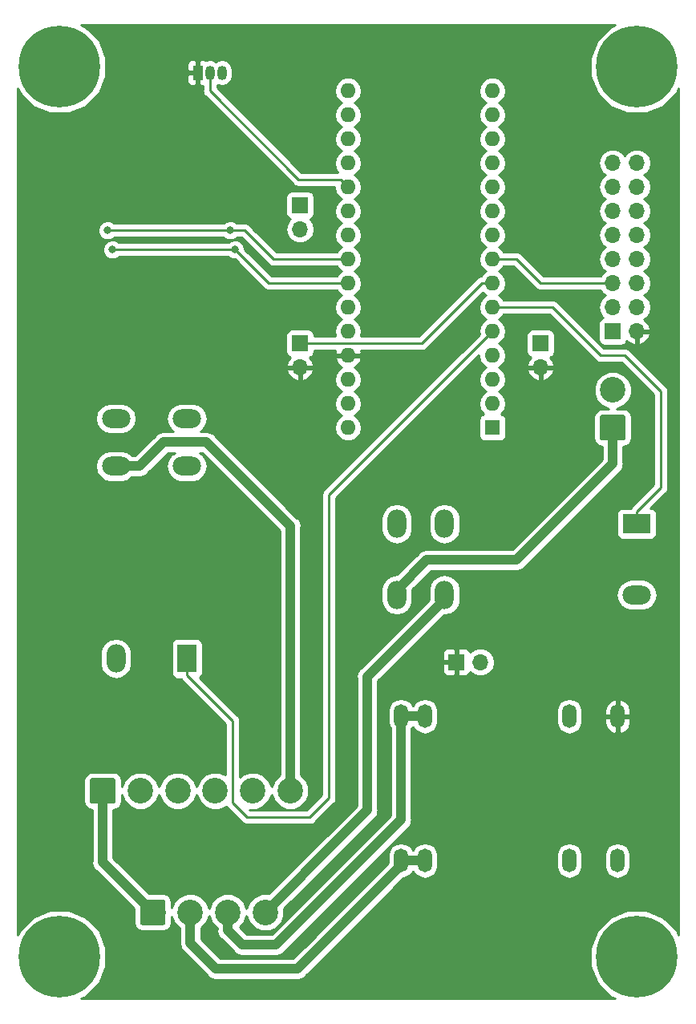
<source format=gbr>
G04 #@! TF.GenerationSoftware,KiCad,Pcbnew,(5.0.2)-1*
G04 #@! TF.CreationDate,2019-03-19T15:18:45-05:00*
G04 #@! TF.ProjectId,10MHz-Rb-Ref,31304d48-7a2d-4526-922d-5265662e6b69,rev?*
G04 #@! TF.SameCoordinates,Original*
G04 #@! TF.FileFunction,Copper,L2,Bot*
G04 #@! TF.FilePolarity,Positive*
%FSLAX46Y46*%
G04 Gerber Fmt 4.6, Leading zero omitted, Abs format (unit mm)*
G04 Created by KiCad (PCBNEW (5.0.2)-1) date 3/19/2019 3:18:45 PM*
%MOMM*%
%LPD*%
G01*
G04 APERTURE LIST*
G04 #@! TA.AperFunction,Conductor*
%ADD10C,0.100000*%
G04 #@! TD*
G04 #@! TA.AperFunction,ComponentPad*
%ADD11C,2.700000*%
G04 #@! TD*
G04 #@! TA.AperFunction,ComponentPad*
%ADD12O,1.500000X2.500000*%
G04 #@! TD*
G04 #@! TA.AperFunction,ComponentPad*
%ADD13R,1.600000X1.600000*%
G04 #@! TD*
G04 #@! TA.AperFunction,ComponentPad*
%ADD14O,1.600000X1.600000*%
G04 #@! TD*
G04 #@! TA.AperFunction,ComponentPad*
%ADD15R,2.000000X3.000000*%
G04 #@! TD*
G04 #@! TA.AperFunction,ComponentPad*
%ADD16O,2.000000X3.000000*%
G04 #@! TD*
G04 #@! TA.AperFunction,ComponentPad*
%ADD17O,3.000000X2.000000*%
G04 #@! TD*
G04 #@! TA.AperFunction,ComponentPad*
%ADD18R,3.000000X2.000000*%
G04 #@! TD*
G04 #@! TA.AperFunction,ComponentPad*
%ADD19C,8.600000*%
G04 #@! TD*
G04 #@! TA.AperFunction,ComponentPad*
%ADD20R,1.700000X1.700000*%
G04 #@! TD*
G04 #@! TA.AperFunction,ComponentPad*
%ADD21O,1.700000X1.700000*%
G04 #@! TD*
G04 #@! TA.AperFunction,ComponentPad*
%ADD22O,1.050000X1.500000*%
G04 #@! TD*
G04 #@! TA.AperFunction,ComponentPad*
%ADD23R,1.050000X1.500000*%
G04 #@! TD*
G04 #@! TA.AperFunction,ViaPad*
%ADD24C,0.800000*%
G04 #@! TD*
G04 #@! TA.AperFunction,Conductor*
%ADD25C,0.250000*%
G04 #@! TD*
G04 #@! TA.AperFunction,Conductor*
%ADD26C,1.000000*%
G04 #@! TD*
G04 #@! TA.AperFunction,Conductor*
%ADD27C,0.350000*%
G04 #@! TD*
G04 #@! TA.AperFunction,Conductor*
%ADD28C,0.254000*%
G04 #@! TD*
G04 APERTURE END LIST*
D10*
G04 #@! TO.N,/GND_24V*
G04 #@! TO.C,J2*
G36*
X56496503Y-133525204D02*
X56520772Y-133528804D01*
X56544570Y-133534765D01*
X56567670Y-133543030D01*
X56589849Y-133553520D01*
X56610892Y-133566133D01*
X56630598Y-133580748D01*
X56648776Y-133597224D01*
X56665252Y-133615402D01*
X56679867Y-133635108D01*
X56692480Y-133656151D01*
X56702970Y-133678330D01*
X56711235Y-133701430D01*
X56717196Y-133725228D01*
X56720796Y-133749497D01*
X56722000Y-133774001D01*
X56722000Y-135973999D01*
X56720796Y-135998503D01*
X56717196Y-136022772D01*
X56711235Y-136046570D01*
X56702970Y-136069670D01*
X56692480Y-136091849D01*
X56679867Y-136112892D01*
X56665252Y-136132598D01*
X56648776Y-136150776D01*
X56630598Y-136167252D01*
X56610892Y-136181867D01*
X56589849Y-136194480D01*
X56567670Y-136204970D01*
X56544570Y-136213235D01*
X56520772Y-136219196D01*
X56496503Y-136222796D01*
X56471999Y-136224000D01*
X54272001Y-136224000D01*
X54247497Y-136222796D01*
X54223228Y-136219196D01*
X54199430Y-136213235D01*
X54176330Y-136204970D01*
X54154151Y-136194480D01*
X54133108Y-136181867D01*
X54113402Y-136167252D01*
X54095224Y-136150776D01*
X54078748Y-136132598D01*
X54064133Y-136112892D01*
X54051520Y-136091849D01*
X54041030Y-136069670D01*
X54032765Y-136046570D01*
X54026804Y-136022772D01*
X54023204Y-135998503D01*
X54022000Y-135973999D01*
X54022000Y-133774001D01*
X54023204Y-133749497D01*
X54026804Y-133725228D01*
X54032765Y-133701430D01*
X54041030Y-133678330D01*
X54051520Y-133656151D01*
X54064133Y-133635108D01*
X54078748Y-133615402D01*
X54095224Y-133597224D01*
X54113402Y-133580748D01*
X54133108Y-133566133D01*
X54154151Y-133553520D01*
X54176330Y-133543030D01*
X54199430Y-133534765D01*
X54223228Y-133528804D01*
X54247497Y-133525204D01*
X54272001Y-133524000D01*
X56471999Y-133524000D01*
X56496503Y-133525204D01*
X56496503Y-133525204D01*
G37*
D11*
G04 #@! TD*
G04 #@! TO.P,J2,1*
G04 #@! TO.N,/GND_24V*
X55372000Y-134874000D03*
G04 #@! TO.P,J2,2*
G04 #@! TO.N,/EFR_XTAL*
X59332000Y-134874000D03*
G04 #@! TO.P,J2,3*
G04 #@! TO.N,/EFR_LAMP*
X63292000Y-134874000D03*
G04 #@! TO.P,J2,4*
G04 #@! TO.N,/EFR_FREQ*
X67252000Y-134874000D03*
G04 #@! TO.P,J2,5*
G04 #@! TO.N,/EFT_24V_SYS*
X71212000Y-134874000D03*
G04 #@! TO.P,J2,6*
G04 #@! TO.N,/EFT_24V_HEAT*
X75172000Y-134874000D03*
G04 #@! TD*
D12*
G04 #@! TO.P,U1,2*
G04 #@! TO.N,Net-(J1-Pad2)*
X86868000Y-142240000D03*
G04 #@! TO.P,U1,9*
G04 #@! TO.N,GND*
X104648000Y-142240000D03*
G04 #@! TO.P,U1,11*
G04 #@! TO.N,Net-(TP1-Pad1)*
X109728000Y-142240000D03*
G04 #@! TO.P,U1,14*
G04 #@! TO.N,+5V*
X109728000Y-127000000D03*
G04 #@! TO.P,U1,16*
G04 #@! TO.N,GND*
X104648000Y-127000000D03*
G04 #@! TO.P,U1,23*
G04 #@! TO.N,Net-(J1-Pad3)*
X86868000Y-127000000D03*
G04 #@! TO.P,U1,3*
G04 #@! TO.N,Net-(J1-Pad2)*
X89408000Y-142240000D03*
G04 #@! TO.P,U1,22*
G04 #@! TO.N,Net-(J1-Pad3)*
X89408000Y-127000000D03*
G04 #@! TD*
D13*
G04 #@! TO.P,A1,1*
G04 #@! TO.N,N/C*
X96520000Y-96520000D03*
D14*
G04 #@! TO.P,A1,17*
G04 #@! TO.N,Net-(A1-Pad17)*
X81280000Y-63500000D03*
G04 #@! TO.P,A1,2*
G04 #@! TO.N,N/C*
X96520000Y-93980000D03*
G04 #@! TO.P,A1,18*
X81280000Y-66040000D03*
G04 #@! TO.P,A1,3*
X96520000Y-91440000D03*
G04 #@! TO.P,A1,19*
G04 #@! TO.N,/EFR_FREQ*
X81280000Y-68580000D03*
G04 #@! TO.P,A1,4*
G04 #@! TO.N,GND*
X96520000Y-88900000D03*
G04 #@! TO.P,A1,20*
G04 #@! TO.N,Net-(A1-Pad20)*
X81280000Y-71120000D03*
G04 #@! TO.P,A1,5*
G04 #@! TO.N,/RELAY_PWR*
X96520000Y-86360000D03*
G04 #@! TO.P,A1,21*
G04 #@! TO.N,N/C*
X81280000Y-73660000D03*
G04 #@! TO.P,A1,6*
G04 #@! TO.N,Net-(A1-Pad6)*
X96520000Y-83820000D03*
G04 #@! TO.P,A1,22*
G04 #@! TO.N,N/C*
X81280000Y-76200000D03*
G04 #@! TO.P,A1,7*
G04 #@! TO.N,/MICRO_D4*
X96520000Y-81280000D03*
G04 #@! TO.P,A1,23*
G04 #@! TO.N,/SDA*
X81280000Y-78740000D03*
G04 #@! TO.P,A1,8*
G04 #@! TO.N,/MICRO_D5*
X96520000Y-78740000D03*
G04 #@! TO.P,A1,24*
G04 #@! TO.N,/SCL*
X81280000Y-81280000D03*
G04 #@! TO.P,A1,9*
G04 #@! TO.N,/MICRO_D6*
X96520000Y-76200000D03*
G04 #@! TO.P,A1,25*
G04 #@! TO.N,N/C*
X81280000Y-83820000D03*
G04 #@! TO.P,A1,10*
G04 #@! TO.N,/MICRO_D7*
X96520000Y-73660000D03*
G04 #@! TO.P,A1,26*
G04 #@! TO.N,N/C*
X81280000Y-86360000D03*
G04 #@! TO.P,A1,11*
G04 #@! TO.N,/MICRO_D8*
X96520000Y-71120000D03*
G04 #@! TO.P,A1,27*
G04 #@! TO.N,+5V*
X81280000Y-88900000D03*
G04 #@! TO.P,A1,12*
G04 #@! TO.N,/MICRO_D9*
X96520000Y-68580000D03*
G04 #@! TO.P,A1,28*
G04 #@! TO.N,N/C*
X81280000Y-91440000D03*
G04 #@! TO.P,A1,13*
G04 #@! TO.N,/MICRO_D10*
X96520000Y-66040000D03*
G04 #@! TO.P,A1,29*
G04 #@! TO.N,N/C*
X81280000Y-93980000D03*
G04 #@! TO.P,A1,14*
G04 #@! TO.N,/MICRO_D11*
X96520000Y-63500000D03*
G04 #@! TO.P,A1,30*
G04 #@! TO.N,Net-(A1-Pad30)*
X81280000Y-96520000D03*
G04 #@! TO.P,A1,15*
G04 #@! TO.N,/MICRO_D12*
X96520000Y-60960000D03*
G04 #@! TO.P,A1,16*
G04 #@! TO.N,N/C*
X81280000Y-60960000D03*
G04 #@! TD*
D10*
G04 #@! TO.N,/GND_24V*
G04 #@! TO.C,J1*
G36*
X61784503Y-146352204D02*
X61808772Y-146355804D01*
X61832570Y-146361765D01*
X61855670Y-146370030D01*
X61877849Y-146380520D01*
X61898892Y-146393133D01*
X61918598Y-146407748D01*
X61936776Y-146424224D01*
X61953252Y-146442402D01*
X61967867Y-146462108D01*
X61980480Y-146483151D01*
X61990970Y-146505330D01*
X61999235Y-146528430D01*
X62005196Y-146552228D01*
X62008796Y-146576497D01*
X62010000Y-146601001D01*
X62010000Y-148800999D01*
X62008796Y-148825503D01*
X62005196Y-148849772D01*
X61999235Y-148873570D01*
X61990970Y-148896670D01*
X61980480Y-148918849D01*
X61967867Y-148939892D01*
X61953252Y-148959598D01*
X61936776Y-148977776D01*
X61918598Y-148994252D01*
X61898892Y-149008867D01*
X61877849Y-149021480D01*
X61855670Y-149031970D01*
X61832570Y-149040235D01*
X61808772Y-149046196D01*
X61784503Y-149049796D01*
X61759999Y-149051000D01*
X59560001Y-149051000D01*
X59535497Y-149049796D01*
X59511228Y-149046196D01*
X59487430Y-149040235D01*
X59464330Y-149031970D01*
X59442151Y-149021480D01*
X59421108Y-149008867D01*
X59401402Y-148994252D01*
X59383224Y-148977776D01*
X59366748Y-148959598D01*
X59352133Y-148939892D01*
X59339520Y-148918849D01*
X59329030Y-148896670D01*
X59320765Y-148873570D01*
X59314804Y-148849772D01*
X59311204Y-148825503D01*
X59310000Y-148800999D01*
X59310000Y-146601001D01*
X59311204Y-146576497D01*
X59314804Y-146552228D01*
X59320765Y-146528430D01*
X59329030Y-146505330D01*
X59339520Y-146483151D01*
X59352133Y-146462108D01*
X59366748Y-146442402D01*
X59383224Y-146424224D01*
X59401402Y-146407748D01*
X59421108Y-146393133D01*
X59442151Y-146380520D01*
X59464330Y-146370030D01*
X59487430Y-146361765D01*
X59511228Y-146355804D01*
X59535497Y-146352204D01*
X59560001Y-146351000D01*
X61759999Y-146351000D01*
X61784503Y-146352204D01*
X61784503Y-146352204D01*
G37*
D11*
G04 #@! TD*
G04 #@! TO.P,J1,1*
G04 #@! TO.N,/GND_24V*
X60660000Y-147701000D03*
G04 #@! TO.P,J1,2*
G04 #@! TO.N,Net-(J1-Pad2)*
X64620000Y-147701000D03*
G04 #@! TO.P,J1,3*
G04 #@! TO.N,Net-(J1-Pad3)*
X68580000Y-147701000D03*
G04 #@! TO.P,J1,4*
G04 #@! TO.N,/VCC_24V*
X72540000Y-147701000D03*
G04 #@! TD*
D10*
G04 #@! TO.N,Net-(M1-Pad1)*
G04 #@! TO.C,M1*
G36*
X110344503Y-95171204D02*
X110368772Y-95174804D01*
X110392570Y-95180765D01*
X110415670Y-95189030D01*
X110437849Y-95199520D01*
X110458892Y-95212133D01*
X110478598Y-95226748D01*
X110496776Y-95243224D01*
X110513252Y-95261402D01*
X110527867Y-95281108D01*
X110540480Y-95302151D01*
X110550970Y-95324330D01*
X110559235Y-95347430D01*
X110565196Y-95371228D01*
X110568796Y-95395497D01*
X110570000Y-95420001D01*
X110570000Y-97619999D01*
X110568796Y-97644503D01*
X110565196Y-97668772D01*
X110559235Y-97692570D01*
X110550970Y-97715670D01*
X110540480Y-97737849D01*
X110527867Y-97758892D01*
X110513252Y-97778598D01*
X110496776Y-97796776D01*
X110478598Y-97813252D01*
X110458892Y-97827867D01*
X110437849Y-97840480D01*
X110415670Y-97850970D01*
X110392570Y-97859235D01*
X110368772Y-97865196D01*
X110344503Y-97868796D01*
X110319999Y-97870000D01*
X108120001Y-97870000D01*
X108095497Y-97868796D01*
X108071228Y-97865196D01*
X108047430Y-97859235D01*
X108024330Y-97850970D01*
X108002151Y-97840480D01*
X107981108Y-97827867D01*
X107961402Y-97813252D01*
X107943224Y-97796776D01*
X107926748Y-97778598D01*
X107912133Y-97758892D01*
X107899520Y-97737849D01*
X107889030Y-97715670D01*
X107880765Y-97692570D01*
X107874804Y-97668772D01*
X107871204Y-97644503D01*
X107870000Y-97619999D01*
X107870000Y-95420001D01*
X107871204Y-95395497D01*
X107874804Y-95371228D01*
X107880765Y-95347430D01*
X107889030Y-95324330D01*
X107899520Y-95302151D01*
X107912133Y-95281108D01*
X107926748Y-95261402D01*
X107943224Y-95243224D01*
X107961402Y-95226748D01*
X107981108Y-95212133D01*
X108002151Y-95199520D01*
X108024330Y-95189030D01*
X108047430Y-95180765D01*
X108071228Y-95174804D01*
X108095497Y-95171204D01*
X108120001Y-95170000D01*
X110319999Y-95170000D01*
X110344503Y-95171204D01*
X110344503Y-95171204D01*
G37*
D11*
G04 #@! TD*
G04 #@! TO.P,M1,1*
G04 #@! TO.N,Net-(M1-Pad1)*
X109220000Y-96520000D03*
G04 #@! TO.P,M1,2*
G04 #@! TO.N,GND*
X109220000Y-92560000D03*
G04 #@! TD*
D15*
G04 #@! TO.P,SW1,A1*
G04 #@! TO.N,/RELAY_PWR*
X64262000Y-120904000D03*
D16*
G04 #@! TO.P,SW1,A2*
G04 #@! TO.N,GND*
X56762000Y-120904000D03*
D17*
G04 #@! TO.P,SW1,11*
G04 #@! TO.N,/EFT_24V_SYS*
X64262000Y-100604000D03*
G04 #@! TO.P,SW1,24*
G04 #@! TO.N,Net-(R6-Pad2)*
X56762000Y-95564000D03*
G04 #@! TO.P,SW1,21*
G04 #@! TO.N,/EFT_24V_HEAT*
X56762000Y-100604000D03*
G04 #@! TO.P,SW1,14*
G04 #@! TO.N,Net-(R3-Pad2)*
X64262000Y-95564000D03*
G04 #@! TD*
D18*
G04 #@! TO.P,SW2,A1*
G04 #@! TO.N,Net-(A1-Pad6)*
X111760000Y-106680000D03*
D17*
G04 #@! TO.P,SW2,A2*
G04 #@! TO.N,GND*
X111760000Y-114180000D03*
D16*
G04 #@! TO.P,SW2,11*
G04 #@! TO.N,Net-(SW2-Pad11)*
X91460000Y-106680000D03*
G04 #@! TO.P,SW2,24*
G04 #@! TO.N,Net-(M1-Pad1)*
X86420000Y-114180000D03*
G04 #@! TO.P,SW2,21*
G04 #@! TO.N,/VCC_24V*
X91460000Y-114180000D03*
G04 #@! TO.P,SW2,14*
G04 #@! TO.N,Net-(SW2-Pad14)*
X86420000Y-106680000D03*
G04 #@! TD*
D19*
G04 #@! TO.P,H1,1*
G04 #@! TO.N,GND*
X50800000Y-152400000D03*
G04 #@! TD*
G04 #@! TO.P,H2,1*
G04 #@! TO.N,GND*
X111760000Y-152400000D03*
G04 #@! TD*
G04 #@! TO.P,H3,1*
G04 #@! TO.N,GND*
X50800000Y-58420000D03*
G04 #@! TD*
G04 #@! TO.P,H4,1*
G04 #@! TO.N,GND*
X111760000Y-58420000D03*
G04 #@! TD*
D20*
G04 #@! TO.P,U4,1*
G04 #@! TO.N,GND*
X109220000Y-86360000D03*
D21*
G04 #@! TO.P,U4,2*
G04 #@! TO.N,+5V*
X111760000Y-86360000D03*
G04 #@! TO.P,U4,3*
G04 #@! TO.N,N/C*
X109220000Y-83820000D03*
G04 #@! TO.P,U4,4*
G04 #@! TO.N,/MICRO_D7*
X111760000Y-83820000D03*
G04 #@! TO.P,U4,5*
G04 #@! TO.N,/MICRO_D5*
X109220000Y-81280000D03*
G04 #@! TO.P,U4,6*
G04 #@! TO.N,/MICRO_D8*
X111760000Y-81280000D03*
G04 #@! TO.P,U4,7*
G04 #@! TO.N,N/C*
X109220000Y-78740000D03*
G04 #@! TO.P,U4,8*
X111760000Y-78740000D03*
G04 #@! TO.P,U4,9*
X109220000Y-76200000D03*
G04 #@! TO.P,U4,10*
X111760000Y-76200000D03*
G04 #@! TO.P,U4,11*
G04 #@! TO.N,/MICRO_D9*
X109220000Y-73660000D03*
G04 #@! TO.P,U4,12*
G04 #@! TO.N,/MICRO_D10*
X111760000Y-73660000D03*
G04 #@! TO.P,U4,13*
G04 #@! TO.N,/MICRO_D11*
X109220000Y-71120000D03*
G04 #@! TO.P,U4,14*
G04 #@! TO.N,/MICRO_D12*
X111760000Y-71120000D03*
G04 #@! TO.P,U4,15*
G04 #@! TO.N,N/C*
X109220000Y-68580000D03*
G04 #@! TO.P,U4,16*
X111760000Y-68580000D03*
G04 #@! TD*
D20*
G04 #@! TO.P,J3,1*
G04 #@! TO.N,/SDA*
X76200000Y-73025000D03*
D21*
G04 #@! TO.P,J3,2*
G04 #@! TO.N,/SCL*
X76200000Y-75565000D03*
G04 #@! TD*
G04 #@! TO.P,J4,2*
G04 #@! TO.N,GND*
X95250000Y-121285000D03*
D20*
G04 #@! TO.P,J4,1*
G04 #@! TO.N,+5V*
X92710000Y-121285000D03*
G04 #@! TD*
G04 #@! TO.P,J5,1*
G04 #@! TO.N,/MICRO_D4*
X76200000Y-87630000D03*
D21*
G04 #@! TO.P,J5,2*
G04 #@! TO.N,+5V*
X76200000Y-90170000D03*
G04 #@! TD*
G04 #@! TO.P,J6,2*
G04 #@! TO.N,+5V*
X101600000Y-90170000D03*
D20*
G04 #@! TO.P,J6,1*
G04 #@! TO.N,/MICRO_D6*
X101600000Y-87630000D03*
G04 #@! TD*
D22*
G04 #@! TO.P,S1,2*
G04 #@! TO.N,Net-(A1-Pad20)*
X66675000Y-59055000D03*
G04 #@! TO.P,S1,3*
G04 #@! TO.N,GND*
X67945000Y-59055000D03*
D23*
G04 #@! TO.P,S1,1*
G04 #@! TO.N,+5V*
X65405000Y-59055000D03*
G04 #@! TD*
D24*
G04 #@! TO.N,/SDA*
X55880000Y-75692000D03*
X68834000Y-75692000D03*
G04 #@! TO.N,/SCL*
X56388000Y-77724000D03*
X69342000Y-77724000D03*
G04 #@! TO.N,+5V*
X53009800Y-73279000D03*
X69977000Y-67564000D03*
X57277000Y-67564000D03*
G04 #@! TD*
D25*
G04 #@! TO.N,/RELAY_PWR*
X79248000Y-103632000D02*
X80010000Y-102870000D01*
X79248000Y-135636000D02*
X79248000Y-103632000D01*
X70612000Y-137668000D02*
X77216000Y-137668000D01*
X80010000Y-102870000D02*
X96520000Y-86360000D01*
X64262000Y-120904000D02*
X64262000Y-122654000D01*
X77216000Y-137668000D02*
X79248000Y-135636000D01*
X64262000Y-122654000D02*
X69088000Y-127480000D01*
X69088000Y-127480000D02*
X69088000Y-136144000D01*
X69088000Y-136144000D02*
X70612000Y-137668000D01*
G04 #@! TO.N,Net-(A1-Pad6)*
X111760000Y-105410000D02*
X111760000Y-106680000D01*
X102870000Y-83820000D02*
X107950000Y-88900000D01*
X96520000Y-83820000D02*
X102870000Y-83820000D01*
X107950000Y-88900000D02*
X110490000Y-88900000D01*
X110490000Y-88900000D02*
X114300000Y-92710000D01*
X114300000Y-92710000D02*
X114300000Y-102870000D01*
X114300000Y-102870000D02*
X111760000Y-105410000D01*
G04 #@! TO.N,/SDA*
X55880000Y-75692000D02*
X68834000Y-75692000D01*
X81280000Y-78740000D02*
X73406000Y-78740000D01*
X70358000Y-75692000D02*
X68834000Y-75692000D01*
X73406000Y-78740000D02*
X70358000Y-75692000D01*
G04 #@! TO.N,/MICRO_D5*
X96520000Y-78740000D02*
X99060000Y-78740000D01*
X99060000Y-78740000D02*
X101600000Y-81280000D01*
X101600000Y-81280000D02*
X109220000Y-81280000D01*
G04 #@! TO.N,/SCL*
X56388000Y-77724000D02*
X69342000Y-77724000D01*
X72898000Y-81280000D02*
X69342000Y-77724000D01*
X81280000Y-81280000D02*
X72898000Y-81280000D01*
D26*
G04 #@! TO.N,/GND_24V*
X55372000Y-142413000D02*
X60660000Y-147701000D01*
X55372000Y-134874000D02*
X55372000Y-142413000D01*
G04 #@! TO.N,Net-(J1-Pad2)*
X86868000Y-142740000D02*
X86868000Y-142240000D01*
X86868000Y-142240000D02*
X89408000Y-142240000D01*
X64620000Y-147701000D02*
X64620000Y-150980000D01*
X64620000Y-150980000D02*
X67310000Y-153670000D01*
X75938000Y-153670000D02*
X77470000Y-152138000D01*
X67310000Y-153670000D02*
X75938000Y-153670000D01*
X76200000Y-153408000D02*
X77470000Y-152138000D01*
X77470000Y-152138000D02*
X86868000Y-142740000D01*
G04 #@! TO.N,Net-(J1-Pad3)*
X86868000Y-137922000D02*
X86868000Y-127000000D01*
X73660000Y-151130000D02*
X86868000Y-137922000D01*
X70099812Y-151130000D02*
X73660000Y-151130000D01*
X68580000Y-147701000D02*
X68580000Y-149610188D01*
X68580000Y-149610188D02*
X70099812Y-151130000D01*
X86868000Y-127000000D02*
X89408000Y-127000000D01*
G04 #@! TO.N,/VCC_24V*
X91460000Y-114680000D02*
X91460000Y-114180000D01*
X83312000Y-136929000D02*
X80518000Y-139723000D01*
X83312000Y-122828000D02*
X83312000Y-136929000D01*
X80518000Y-139723000D02*
X80885010Y-139355990D01*
X72540000Y-147701000D02*
X80518000Y-139723000D01*
X83312000Y-122828000D02*
X91460000Y-114680000D01*
D27*
G04 #@! TO.N,/EFT_24V_HEAT*
X75184000Y-134862000D02*
X75172000Y-134874000D01*
D26*
X59262000Y-100604000D02*
X61822000Y-98044000D01*
X56762000Y-100604000D02*
X59262000Y-100604000D01*
X61822000Y-98044000D02*
X66294000Y-98044000D01*
X75172000Y-106922000D02*
X75172000Y-134874000D01*
X66294000Y-98044000D02*
X75172000Y-106922000D01*
G04 #@! TO.N,Net-(M1-Pad1)*
X86420000Y-113680000D02*
X89610000Y-110490000D01*
X86420000Y-114180000D02*
X86420000Y-113680000D01*
X89610000Y-110490000D02*
X99060000Y-110490000D01*
X99060000Y-110490000D02*
X109220000Y-100330000D01*
X109220000Y-100330000D02*
X109220000Y-96520000D01*
D25*
G04 #@! TO.N,Net-(A1-Pad20)*
X66675000Y-59055000D02*
X66675000Y-59645002D01*
X80480001Y-70320001D02*
X76035001Y-70320001D01*
X81280000Y-71120000D02*
X80480001Y-70320001D01*
X66675000Y-60960000D02*
X66675000Y-59055000D01*
X76035001Y-70320001D02*
X66675000Y-60960000D01*
G04 #@! TO.N,/MICRO_D4*
X77300000Y-87630000D02*
X76200000Y-87630000D01*
X89038630Y-87630000D02*
X77300000Y-87630000D01*
X95388630Y-81280000D02*
X89038630Y-87630000D01*
X96520000Y-81280000D02*
X95388630Y-81280000D01*
G04 #@! TD*
D28*
G04 #@! TO.N,+5V*
G36*
X108964547Y-54236309D02*
X107576309Y-55624547D01*
X106825000Y-57438368D01*
X106825000Y-59401632D01*
X107576309Y-61215453D01*
X108964547Y-62603691D01*
X110778368Y-63355000D01*
X112741632Y-63355000D01*
X114555453Y-62603691D01*
X115943691Y-61215453D01*
X116155000Y-60705308D01*
X116155001Y-150114695D01*
X115943691Y-149604547D01*
X114555453Y-148216309D01*
X112741632Y-147465000D01*
X110778368Y-147465000D01*
X108964547Y-148216309D01*
X107576309Y-149604547D01*
X106825000Y-151418368D01*
X106825000Y-153381632D01*
X107576309Y-155195453D01*
X108964547Y-156583691D01*
X109474692Y-156795000D01*
X53085308Y-156795000D01*
X53595453Y-156583691D01*
X54983691Y-155195453D01*
X55735000Y-153381632D01*
X55735000Y-151418368D01*
X54983691Y-149604547D01*
X53595453Y-148216309D01*
X51781632Y-147465000D01*
X49818368Y-147465000D01*
X48004547Y-148216309D01*
X46616309Y-149604547D01*
X46405000Y-150114692D01*
X46405000Y-133774001D01*
X53374560Y-133774001D01*
X53374560Y-135973999D01*
X53442874Y-136317435D01*
X53637414Y-136608586D01*
X53928565Y-136803126D01*
X54237000Y-136864478D01*
X54237001Y-142301212D01*
X54214765Y-142413000D01*
X54302854Y-142855854D01*
X54302855Y-142855855D01*
X54553712Y-143231289D01*
X54648480Y-143294611D01*
X58662560Y-147308692D01*
X58662560Y-148800999D01*
X58730874Y-149144435D01*
X58925414Y-149435586D01*
X59216565Y-149630126D01*
X59560001Y-149698440D01*
X61759999Y-149698440D01*
X62103435Y-149630126D01*
X62394586Y-149435586D01*
X62589126Y-149144435D01*
X62657440Y-148800999D01*
X62657440Y-148150016D01*
X62937199Y-148825412D01*
X63485001Y-149373214D01*
X63485001Y-150868212D01*
X63462765Y-150980000D01*
X63550854Y-151422854D01*
X63550855Y-151422855D01*
X63801712Y-151798289D01*
X63896480Y-151861611D01*
X66428391Y-154393524D01*
X66491711Y-154488289D01*
X66867145Y-154739146D01*
X67198217Y-154805000D01*
X67309999Y-154827235D01*
X67421781Y-154805000D01*
X75826217Y-154805000D01*
X75938000Y-154827235D01*
X76049783Y-154805000D01*
X76380855Y-154739146D01*
X76756289Y-154488289D01*
X76819613Y-154393518D01*
X78351608Y-152861524D01*
X78351610Y-152861521D01*
X87108921Y-144104211D01*
X87408400Y-144044641D01*
X87866529Y-143738529D01*
X88109431Y-143375000D01*
X88166569Y-143375000D01*
X88409472Y-143738529D01*
X88867601Y-144044641D01*
X89408000Y-144152133D01*
X89948400Y-144044641D01*
X90406529Y-143738529D01*
X90712641Y-143280400D01*
X90793000Y-142876407D01*
X90793000Y-141603594D01*
X103263000Y-141603594D01*
X103263000Y-142876407D01*
X103343359Y-143280400D01*
X103649472Y-143738529D01*
X104107601Y-144044641D01*
X104648000Y-144152133D01*
X105188400Y-144044641D01*
X105646529Y-143738529D01*
X105952641Y-143280400D01*
X106033000Y-142876407D01*
X106033000Y-141603594D01*
X108343000Y-141603594D01*
X108343000Y-142876407D01*
X108423359Y-143280400D01*
X108729472Y-143738529D01*
X109187601Y-144044641D01*
X109728000Y-144152133D01*
X110268400Y-144044641D01*
X110726529Y-143738529D01*
X111032641Y-143280400D01*
X111113000Y-142876407D01*
X111113000Y-141603593D01*
X111032641Y-141199600D01*
X110726528Y-140741471D01*
X110268399Y-140435359D01*
X109728000Y-140327867D01*
X109187600Y-140435359D01*
X108729471Y-140741472D01*
X108423359Y-141199601D01*
X108343000Y-141603594D01*
X106033000Y-141603594D01*
X106033000Y-141603593D01*
X105952641Y-141199600D01*
X105646528Y-140741471D01*
X105188399Y-140435359D01*
X104648000Y-140327867D01*
X104107600Y-140435359D01*
X103649471Y-140741472D01*
X103343359Y-141199601D01*
X103263000Y-141603594D01*
X90793000Y-141603594D01*
X90793000Y-141603593D01*
X90712641Y-141199600D01*
X90406528Y-140741471D01*
X89948399Y-140435359D01*
X89408000Y-140327867D01*
X88867600Y-140435359D01*
X88409471Y-140741472D01*
X88166569Y-141105000D01*
X88109431Y-141105000D01*
X87866528Y-140741471D01*
X87408399Y-140435359D01*
X86868000Y-140327867D01*
X86327600Y-140435359D01*
X85869471Y-140741472D01*
X85563359Y-141199601D01*
X85483000Y-141603594D01*
X85483000Y-142519868D01*
X76746479Y-151256390D01*
X76746476Y-151256392D01*
X75467869Y-152535000D01*
X67780133Y-152535000D01*
X65755000Y-150509869D01*
X65755000Y-149373213D01*
X66302801Y-148825412D01*
X66600000Y-148107912D01*
X66897199Y-148825412D01*
X67445001Y-149373214D01*
X67445001Y-149498400D01*
X67422765Y-149610188D01*
X67510854Y-150053042D01*
X67510855Y-150053043D01*
X67761712Y-150428477D01*
X67856480Y-150491799D01*
X69218201Y-151853521D01*
X69281523Y-151948289D01*
X69656957Y-152199146D01*
X70099812Y-152287235D01*
X70211595Y-152265000D01*
X73548217Y-152265000D01*
X73660000Y-152287235D01*
X73771783Y-152265000D01*
X74102855Y-152199146D01*
X74478289Y-151948289D01*
X74541613Y-151853518D01*
X87591522Y-138803610D01*
X87686289Y-138740289D01*
X87937146Y-138364855D01*
X88003000Y-138033783D01*
X88003000Y-138033782D01*
X88025235Y-137922000D01*
X88003000Y-137810217D01*
X88003000Y-128294286D01*
X88109431Y-128135000D01*
X88166569Y-128135000D01*
X88409472Y-128498529D01*
X88867601Y-128804641D01*
X89408000Y-128912133D01*
X89948400Y-128804641D01*
X90406529Y-128498529D01*
X90712641Y-128040400D01*
X90793000Y-127636407D01*
X90793000Y-126363594D01*
X103263000Y-126363594D01*
X103263000Y-127636407D01*
X103343359Y-128040400D01*
X103649472Y-128498529D01*
X104107601Y-128804641D01*
X104648000Y-128912133D01*
X105188400Y-128804641D01*
X105646529Y-128498529D01*
X105952641Y-128040400D01*
X106033000Y-127636407D01*
X106033000Y-127127000D01*
X108343000Y-127127000D01*
X108343000Y-127627000D01*
X108497028Y-128147349D01*
X108838460Y-128569145D01*
X109315316Y-128828173D01*
X109386815Y-128842318D01*
X109601000Y-128719656D01*
X109601000Y-127127000D01*
X109855000Y-127127000D01*
X109855000Y-128719656D01*
X110069185Y-128842318D01*
X110140684Y-128828173D01*
X110617540Y-128569145D01*
X110958972Y-128147349D01*
X111113000Y-127627000D01*
X111113000Y-127127000D01*
X109855000Y-127127000D01*
X109601000Y-127127000D01*
X108343000Y-127127000D01*
X106033000Y-127127000D01*
X106033000Y-126373000D01*
X108343000Y-126373000D01*
X108343000Y-126873000D01*
X109601000Y-126873000D01*
X109601000Y-125280344D01*
X109855000Y-125280344D01*
X109855000Y-126873000D01*
X111113000Y-126873000D01*
X111113000Y-126373000D01*
X110958972Y-125852651D01*
X110617540Y-125430855D01*
X110140684Y-125171827D01*
X110069185Y-125157682D01*
X109855000Y-125280344D01*
X109601000Y-125280344D01*
X109386815Y-125157682D01*
X109315316Y-125171827D01*
X108838460Y-125430855D01*
X108497028Y-125852651D01*
X108343000Y-126373000D01*
X106033000Y-126373000D01*
X106033000Y-126363593D01*
X105952641Y-125959600D01*
X105646528Y-125501471D01*
X105188399Y-125195359D01*
X104648000Y-125087867D01*
X104107600Y-125195359D01*
X103649471Y-125501472D01*
X103343359Y-125959601D01*
X103263000Y-126363594D01*
X90793000Y-126363594D01*
X90793000Y-126363593D01*
X90712641Y-125959600D01*
X90406528Y-125501471D01*
X89948399Y-125195359D01*
X89408000Y-125087867D01*
X88867600Y-125195359D01*
X88409471Y-125501472D01*
X88166569Y-125865000D01*
X88109431Y-125865000D01*
X87866528Y-125501471D01*
X87408399Y-125195359D01*
X86868000Y-125087867D01*
X86327600Y-125195359D01*
X85869471Y-125501472D01*
X85563359Y-125959601D01*
X85483000Y-126363594D01*
X85483000Y-127636407D01*
X85563359Y-128040400D01*
X85733001Y-128294286D01*
X85733000Y-137451868D01*
X73189869Y-149995000D01*
X70569944Y-149995000D01*
X69831578Y-149256635D01*
X70262801Y-148825412D01*
X70560000Y-148107912D01*
X70857199Y-148825412D01*
X71415588Y-149383801D01*
X72145159Y-149686000D01*
X72934841Y-149686000D01*
X73664412Y-149383801D01*
X74222801Y-148825412D01*
X74525000Y-148095841D01*
X74525000Y-147321131D01*
X81399608Y-140446524D01*
X81399609Y-140446522D01*
X81766619Y-140079513D01*
X84035521Y-137810611D01*
X84130289Y-137747289D01*
X84381146Y-137371855D01*
X84447000Y-137040783D01*
X84469235Y-136929000D01*
X84447000Y-136817217D01*
X84447000Y-123298131D01*
X86174381Y-121570750D01*
X91225000Y-121570750D01*
X91225000Y-122261309D01*
X91321673Y-122494698D01*
X91500301Y-122673327D01*
X91733690Y-122770000D01*
X92424250Y-122770000D01*
X92583000Y-122611250D01*
X92583000Y-121412000D01*
X91383750Y-121412000D01*
X91225000Y-121570750D01*
X86174381Y-121570750D01*
X87436440Y-120308691D01*
X91225000Y-120308691D01*
X91225000Y-120999250D01*
X91383750Y-121158000D01*
X92583000Y-121158000D01*
X92583000Y-119958750D01*
X92837000Y-119958750D01*
X92837000Y-121158000D01*
X92857000Y-121158000D01*
X92857000Y-121412000D01*
X92837000Y-121412000D01*
X92837000Y-122611250D01*
X92995750Y-122770000D01*
X93686310Y-122770000D01*
X93919699Y-122673327D01*
X94098327Y-122494698D01*
X94164904Y-122333967D01*
X94179375Y-122355625D01*
X94670582Y-122683839D01*
X95103744Y-122770000D01*
X95396256Y-122770000D01*
X95829418Y-122683839D01*
X96320625Y-122355625D01*
X96648839Y-121864418D01*
X96764092Y-121285000D01*
X96648839Y-120705582D01*
X96320625Y-120214375D01*
X95829418Y-119886161D01*
X95396256Y-119800000D01*
X95103744Y-119800000D01*
X94670582Y-119886161D01*
X94179375Y-120214375D01*
X94164904Y-120236033D01*
X94098327Y-120075302D01*
X93919699Y-119896673D01*
X93686310Y-119800000D01*
X92995750Y-119800000D01*
X92837000Y-119958750D01*
X92583000Y-119958750D01*
X92424250Y-119800000D01*
X91733690Y-119800000D01*
X91500301Y-119896673D01*
X91321673Y-120075302D01*
X91225000Y-120308691D01*
X87436440Y-120308691D01*
X91408371Y-116336761D01*
X91460000Y-116347031D01*
X92097945Y-116220136D01*
X92638769Y-115858769D01*
X93000136Y-115317945D01*
X93095000Y-114841031D01*
X93095000Y-114180000D01*
X109592969Y-114180000D01*
X109719864Y-114817945D01*
X110081231Y-115358769D01*
X110622055Y-115720136D01*
X111098969Y-115815000D01*
X112421031Y-115815000D01*
X112897945Y-115720136D01*
X113438769Y-115358769D01*
X113800136Y-114817945D01*
X113927031Y-114180000D01*
X113800136Y-113542055D01*
X113438769Y-113001231D01*
X112897945Y-112639864D01*
X112421031Y-112545000D01*
X111098969Y-112545000D01*
X110622055Y-112639864D01*
X110081231Y-113001231D01*
X109719864Y-113542055D01*
X109592969Y-114180000D01*
X93095000Y-114180000D01*
X93095000Y-113518969D01*
X93000136Y-113042055D01*
X92638769Y-112501231D01*
X92097944Y-112139864D01*
X91460000Y-112012969D01*
X90822055Y-112139864D01*
X90281231Y-112501231D01*
X89919864Y-113042056D01*
X89825000Y-113518970D01*
X89825000Y-114709868D01*
X82588482Y-121946387D01*
X82493711Y-122009711D01*
X82262579Y-122355625D01*
X82242854Y-122385146D01*
X82154765Y-122828000D01*
X82177000Y-122939783D01*
X82177001Y-136458867D01*
X80161487Y-138474381D01*
X79895580Y-138740289D01*
X79794479Y-138841390D01*
X79794476Y-138841392D01*
X72919869Y-145716000D01*
X72145159Y-145716000D01*
X71415588Y-146018199D01*
X70857199Y-146576588D01*
X70560000Y-147294088D01*
X70262801Y-146576588D01*
X69704412Y-146018199D01*
X68974841Y-145716000D01*
X68185159Y-145716000D01*
X67455588Y-146018199D01*
X66897199Y-146576588D01*
X66600000Y-147294088D01*
X66302801Y-146576588D01*
X65744412Y-146018199D01*
X65014841Y-145716000D01*
X64225159Y-145716000D01*
X63495588Y-146018199D01*
X62937199Y-146576588D01*
X62657440Y-147251984D01*
X62657440Y-146601001D01*
X62589126Y-146257565D01*
X62394586Y-145966414D01*
X62103435Y-145771874D01*
X61759999Y-145703560D01*
X60267692Y-145703560D01*
X56507000Y-141942869D01*
X56507000Y-136864478D01*
X56815435Y-136803126D01*
X57106586Y-136608586D01*
X57301126Y-136317435D01*
X57369440Y-135973999D01*
X57369440Y-135323016D01*
X57649199Y-135998412D01*
X58207588Y-136556801D01*
X58937159Y-136859000D01*
X59726841Y-136859000D01*
X60456412Y-136556801D01*
X61014801Y-135998412D01*
X61312000Y-135280912D01*
X61609199Y-135998412D01*
X62167588Y-136556801D01*
X62897159Y-136859000D01*
X63686841Y-136859000D01*
X64416412Y-136556801D01*
X64974801Y-135998412D01*
X65272000Y-135280912D01*
X65569199Y-135998412D01*
X66127588Y-136556801D01*
X66857159Y-136859000D01*
X67646841Y-136859000D01*
X68376412Y-136556801D01*
X68420394Y-136512819D01*
X68540072Y-136691929D01*
X68603528Y-136734329D01*
X70021673Y-138152476D01*
X70064071Y-138215929D01*
X70127524Y-138258327D01*
X70127526Y-138258329D01*
X70252902Y-138342102D01*
X70315463Y-138383904D01*
X70537148Y-138428000D01*
X70537152Y-138428000D01*
X70611999Y-138442888D01*
X70686846Y-138428000D01*
X77141153Y-138428000D01*
X77216000Y-138442888D01*
X77290847Y-138428000D01*
X77290852Y-138428000D01*
X77512537Y-138383904D01*
X77763929Y-138215929D01*
X77806331Y-138152470D01*
X79732473Y-136226329D01*
X79795929Y-136183929D01*
X79963904Y-135932537D01*
X80008000Y-135710852D01*
X80008000Y-135710847D01*
X80022888Y-135636000D01*
X80008000Y-135561153D01*
X80008000Y-113518970D01*
X84785000Y-113518970D01*
X84785000Y-114841031D01*
X84879864Y-115317945D01*
X85241232Y-115858769D01*
X85782056Y-116220136D01*
X86420000Y-116347031D01*
X87057945Y-116220136D01*
X87598769Y-115858769D01*
X87960136Y-115317945D01*
X88055000Y-114841031D01*
X88055000Y-113650131D01*
X90080132Y-111625000D01*
X98948217Y-111625000D01*
X99060000Y-111647235D01*
X99171783Y-111625000D01*
X99502855Y-111559146D01*
X99878289Y-111308289D01*
X99941613Y-111213518D01*
X109943522Y-101211610D01*
X110038289Y-101148289D01*
X110289146Y-100772855D01*
X110355000Y-100441783D01*
X110355000Y-100441782D01*
X110377235Y-100330000D01*
X110355000Y-100218217D01*
X110355000Y-98510478D01*
X110663435Y-98449126D01*
X110954586Y-98254586D01*
X111149126Y-97963435D01*
X111217440Y-97619999D01*
X111217440Y-95420001D01*
X111149126Y-95076565D01*
X110954586Y-94785414D01*
X110663435Y-94590874D01*
X110319999Y-94522560D01*
X109669016Y-94522560D01*
X110344412Y-94242801D01*
X110902801Y-93684412D01*
X111205000Y-92954841D01*
X111205000Y-92165159D01*
X110902801Y-91435588D01*
X110344412Y-90877199D01*
X109614841Y-90575000D01*
X108825159Y-90575000D01*
X108095588Y-90877199D01*
X107537199Y-91435588D01*
X107235000Y-92165159D01*
X107235000Y-92954841D01*
X107537199Y-93684412D01*
X108095588Y-94242801D01*
X108770984Y-94522560D01*
X108120001Y-94522560D01*
X107776565Y-94590874D01*
X107485414Y-94785414D01*
X107290874Y-95076565D01*
X107222560Y-95420001D01*
X107222560Y-97619999D01*
X107290874Y-97963435D01*
X107485414Y-98254586D01*
X107776565Y-98449126D01*
X108085000Y-98510478D01*
X108085000Y-99859868D01*
X98589869Y-109355000D01*
X89721781Y-109355000D01*
X89609999Y-109332765D01*
X89498217Y-109355000D01*
X89167145Y-109420854D01*
X88791711Y-109671711D01*
X88728389Y-109766479D01*
X86471630Y-112023239D01*
X86420000Y-112012969D01*
X85782055Y-112139864D01*
X85241231Y-112501231D01*
X84879864Y-113042056D01*
X84785000Y-113518970D01*
X80008000Y-113518970D01*
X80008000Y-106018970D01*
X84785000Y-106018970D01*
X84785000Y-107341031D01*
X84879864Y-107817945D01*
X85241232Y-108358769D01*
X85782056Y-108720136D01*
X86420000Y-108847031D01*
X87057945Y-108720136D01*
X87598769Y-108358769D01*
X87960136Y-107817945D01*
X88055000Y-107341031D01*
X88055000Y-106018970D01*
X89825000Y-106018970D01*
X89825000Y-107341031D01*
X89919864Y-107817945D01*
X90281232Y-108358769D01*
X90822056Y-108720136D01*
X91460000Y-108847031D01*
X92097945Y-108720136D01*
X92638769Y-108358769D01*
X93000136Y-107817945D01*
X93095000Y-107341031D01*
X93095000Y-106018969D01*
X93000136Y-105542055D01*
X92638769Y-105001231D01*
X92097944Y-104639864D01*
X91460000Y-104512969D01*
X90822055Y-104639864D01*
X90281231Y-105001231D01*
X89919864Y-105542056D01*
X89825000Y-106018970D01*
X88055000Y-106018970D01*
X88055000Y-106018969D01*
X87960136Y-105542055D01*
X87598769Y-105001231D01*
X87057944Y-104639864D01*
X86420000Y-104512969D01*
X85782055Y-104639864D01*
X85241231Y-105001231D01*
X84879864Y-105542056D01*
X84785000Y-106018970D01*
X80008000Y-106018970D01*
X80008000Y-103946801D01*
X80600329Y-103354473D01*
X80600331Y-103354470D01*
X95057405Y-88897397D01*
X95056887Y-88900000D01*
X95168260Y-89459909D01*
X95485423Y-89934577D01*
X95837758Y-90170000D01*
X95485423Y-90405423D01*
X95168260Y-90880091D01*
X95056887Y-91440000D01*
X95168260Y-91999909D01*
X95485423Y-92474577D01*
X95837758Y-92710000D01*
X95485423Y-92945423D01*
X95168260Y-93420091D01*
X95056887Y-93980000D01*
X95168260Y-94539909D01*
X95485423Y-95014577D01*
X95606106Y-95095215D01*
X95472235Y-95121843D01*
X95262191Y-95262191D01*
X95121843Y-95472235D01*
X95072560Y-95720000D01*
X95072560Y-97320000D01*
X95121843Y-97567765D01*
X95262191Y-97777809D01*
X95472235Y-97918157D01*
X95720000Y-97967440D01*
X97320000Y-97967440D01*
X97567765Y-97918157D01*
X97777809Y-97777809D01*
X97918157Y-97567765D01*
X97967440Y-97320000D01*
X97967440Y-95720000D01*
X97918157Y-95472235D01*
X97777809Y-95262191D01*
X97567765Y-95121843D01*
X97433894Y-95095215D01*
X97554577Y-95014577D01*
X97871740Y-94539909D01*
X97983113Y-93980000D01*
X97871740Y-93420091D01*
X97554577Y-92945423D01*
X97202242Y-92710000D01*
X97554577Y-92474577D01*
X97871740Y-91999909D01*
X97983113Y-91440000D01*
X97871740Y-90880091D01*
X97635739Y-90526890D01*
X100158524Y-90526890D01*
X100328355Y-90936924D01*
X100718642Y-91365183D01*
X101243108Y-91611486D01*
X101473000Y-91490819D01*
X101473000Y-90297000D01*
X101727000Y-90297000D01*
X101727000Y-91490819D01*
X101956892Y-91611486D01*
X102481358Y-91365183D01*
X102871645Y-90936924D01*
X103041476Y-90526890D01*
X102920155Y-90297000D01*
X101727000Y-90297000D01*
X101473000Y-90297000D01*
X100279845Y-90297000D01*
X100158524Y-90526890D01*
X97635739Y-90526890D01*
X97554577Y-90405423D01*
X97202242Y-90170000D01*
X97554577Y-89934577D01*
X97871740Y-89459909D01*
X97983113Y-88900000D01*
X97871740Y-88340091D01*
X97554577Y-87865423D01*
X97202242Y-87630000D01*
X97554577Y-87394577D01*
X97871740Y-86919909D01*
X97899569Y-86780000D01*
X100102560Y-86780000D01*
X100102560Y-88480000D01*
X100151843Y-88727765D01*
X100292191Y-88937809D01*
X100502235Y-89078157D01*
X100605708Y-89098739D01*
X100328355Y-89403076D01*
X100158524Y-89813110D01*
X100279845Y-90043000D01*
X101473000Y-90043000D01*
X101473000Y-90023000D01*
X101727000Y-90023000D01*
X101727000Y-90043000D01*
X102920155Y-90043000D01*
X103041476Y-89813110D01*
X102871645Y-89403076D01*
X102594292Y-89098739D01*
X102697765Y-89078157D01*
X102907809Y-88937809D01*
X103048157Y-88727765D01*
X103097440Y-88480000D01*
X103097440Y-86780000D01*
X103048157Y-86532235D01*
X102907809Y-86322191D01*
X102697765Y-86181843D01*
X102450000Y-86132560D01*
X100750000Y-86132560D01*
X100502235Y-86181843D01*
X100292191Y-86322191D01*
X100151843Y-86532235D01*
X100102560Y-86780000D01*
X97899569Y-86780000D01*
X97983113Y-86360000D01*
X97871740Y-85800091D01*
X97554577Y-85325423D01*
X97202242Y-85090000D01*
X97554577Y-84854577D01*
X97738043Y-84580000D01*
X102555199Y-84580000D01*
X107359670Y-89384472D01*
X107402071Y-89447929D01*
X107653463Y-89615904D01*
X107875148Y-89660000D01*
X107875153Y-89660000D01*
X107950000Y-89674888D01*
X108024847Y-89660000D01*
X110175199Y-89660000D01*
X113540000Y-93024802D01*
X113540001Y-102555196D01*
X111275530Y-104819669D01*
X111212071Y-104862071D01*
X111098154Y-105032560D01*
X110260000Y-105032560D01*
X110012235Y-105081843D01*
X109802191Y-105222191D01*
X109661843Y-105432235D01*
X109612560Y-105680000D01*
X109612560Y-107680000D01*
X109661843Y-107927765D01*
X109802191Y-108137809D01*
X110012235Y-108278157D01*
X110260000Y-108327440D01*
X113260000Y-108327440D01*
X113507765Y-108278157D01*
X113717809Y-108137809D01*
X113858157Y-107927765D01*
X113907440Y-107680000D01*
X113907440Y-105680000D01*
X113858157Y-105432235D01*
X113717809Y-105222191D01*
X113507765Y-105081843D01*
X113260000Y-105032560D01*
X113212242Y-105032560D01*
X114784476Y-103460327D01*
X114847929Y-103417929D01*
X114890327Y-103354476D01*
X114890329Y-103354474D01*
X115015903Y-103166538D01*
X115015904Y-103166537D01*
X115060000Y-102944852D01*
X115060000Y-102944848D01*
X115074888Y-102870001D01*
X115060000Y-102795154D01*
X115060000Y-92784848D01*
X115074888Y-92710000D01*
X115060000Y-92635152D01*
X115060000Y-92635148D01*
X115015904Y-92413463D01*
X115015904Y-92413462D01*
X114890329Y-92225527D01*
X114847929Y-92162071D01*
X114784473Y-92119671D01*
X111080331Y-88415530D01*
X111037929Y-88352071D01*
X110786537Y-88184096D01*
X110564852Y-88140000D01*
X110564847Y-88140000D01*
X110490000Y-88125112D01*
X110415153Y-88140000D01*
X108264802Y-88140000D01*
X103460331Y-83335530D01*
X103417929Y-83272071D01*
X103166537Y-83104096D01*
X102944852Y-83060000D01*
X102944847Y-83060000D01*
X102870000Y-83045112D01*
X102795153Y-83060000D01*
X97738043Y-83060000D01*
X97554577Y-82785423D01*
X97202242Y-82550000D01*
X97554577Y-82314577D01*
X97871740Y-81839909D01*
X97983113Y-81280000D01*
X97871740Y-80720091D01*
X97554577Y-80245423D01*
X97202242Y-80010000D01*
X97554577Y-79774577D01*
X97738043Y-79500000D01*
X98745199Y-79500000D01*
X101009673Y-81764476D01*
X101052071Y-81827929D01*
X101115524Y-81870327D01*
X101115526Y-81870329D01*
X101240902Y-81954102D01*
X101303463Y-81995904D01*
X101525148Y-82040000D01*
X101525152Y-82040000D01*
X101599999Y-82054888D01*
X101674846Y-82040000D01*
X107941822Y-82040000D01*
X108149375Y-82350625D01*
X108447761Y-82550000D01*
X108149375Y-82749375D01*
X107821161Y-83240582D01*
X107705908Y-83820000D01*
X107821161Y-84399418D01*
X108149375Y-84890625D01*
X108167619Y-84902816D01*
X108122235Y-84911843D01*
X107912191Y-85052191D01*
X107771843Y-85262235D01*
X107722560Y-85510000D01*
X107722560Y-87210000D01*
X107771843Y-87457765D01*
X107912191Y-87667809D01*
X108122235Y-87808157D01*
X108370000Y-87857440D01*
X110070000Y-87857440D01*
X110317765Y-87808157D01*
X110527809Y-87667809D01*
X110668157Y-87457765D01*
X110689961Y-87348145D01*
X110878642Y-87555183D01*
X111403108Y-87801486D01*
X111633000Y-87680819D01*
X111633000Y-86487000D01*
X111887000Y-86487000D01*
X111887000Y-87680819D01*
X112116892Y-87801486D01*
X112641358Y-87555183D01*
X113031645Y-87126924D01*
X113201476Y-86716890D01*
X113080155Y-86487000D01*
X111887000Y-86487000D01*
X111633000Y-86487000D01*
X111613000Y-86487000D01*
X111613000Y-86233000D01*
X111633000Y-86233000D01*
X111633000Y-86213000D01*
X111887000Y-86213000D01*
X111887000Y-86233000D01*
X113080155Y-86233000D01*
X113201476Y-86003110D01*
X113031645Y-85593076D01*
X112641358Y-85164817D01*
X112511522Y-85103843D01*
X112830625Y-84890625D01*
X113158839Y-84399418D01*
X113274092Y-83820000D01*
X113158839Y-83240582D01*
X112830625Y-82749375D01*
X112532239Y-82550000D01*
X112830625Y-82350625D01*
X113158839Y-81859418D01*
X113274092Y-81280000D01*
X113158839Y-80700582D01*
X112830625Y-80209375D01*
X112532239Y-80010000D01*
X112830625Y-79810625D01*
X113158839Y-79319418D01*
X113274092Y-78740000D01*
X113158839Y-78160582D01*
X112830625Y-77669375D01*
X112532239Y-77470000D01*
X112830625Y-77270625D01*
X113158839Y-76779418D01*
X113274092Y-76200000D01*
X113158839Y-75620582D01*
X112830625Y-75129375D01*
X112532239Y-74930000D01*
X112830625Y-74730625D01*
X113158839Y-74239418D01*
X113274092Y-73660000D01*
X113158839Y-73080582D01*
X112830625Y-72589375D01*
X112532239Y-72390000D01*
X112830625Y-72190625D01*
X113158839Y-71699418D01*
X113274092Y-71120000D01*
X113158839Y-70540582D01*
X112830625Y-70049375D01*
X112532239Y-69850000D01*
X112830625Y-69650625D01*
X113158839Y-69159418D01*
X113274092Y-68580000D01*
X113158839Y-68000582D01*
X112830625Y-67509375D01*
X112339418Y-67181161D01*
X111906256Y-67095000D01*
X111613744Y-67095000D01*
X111180582Y-67181161D01*
X110689375Y-67509375D01*
X110490000Y-67807761D01*
X110290625Y-67509375D01*
X109799418Y-67181161D01*
X109366256Y-67095000D01*
X109073744Y-67095000D01*
X108640582Y-67181161D01*
X108149375Y-67509375D01*
X107821161Y-68000582D01*
X107705908Y-68580000D01*
X107821161Y-69159418D01*
X108149375Y-69650625D01*
X108447761Y-69850000D01*
X108149375Y-70049375D01*
X107821161Y-70540582D01*
X107705908Y-71120000D01*
X107821161Y-71699418D01*
X108149375Y-72190625D01*
X108447761Y-72390000D01*
X108149375Y-72589375D01*
X107821161Y-73080582D01*
X107705908Y-73660000D01*
X107821161Y-74239418D01*
X108149375Y-74730625D01*
X108447761Y-74930000D01*
X108149375Y-75129375D01*
X107821161Y-75620582D01*
X107705908Y-76200000D01*
X107821161Y-76779418D01*
X108149375Y-77270625D01*
X108447761Y-77470000D01*
X108149375Y-77669375D01*
X107821161Y-78160582D01*
X107705908Y-78740000D01*
X107821161Y-79319418D01*
X108149375Y-79810625D01*
X108447761Y-80010000D01*
X108149375Y-80209375D01*
X107941822Y-80520000D01*
X101914803Y-80520000D01*
X99650331Y-78255530D01*
X99607929Y-78192071D01*
X99356537Y-78024096D01*
X99134852Y-77980000D01*
X99134847Y-77980000D01*
X99060000Y-77965112D01*
X98985153Y-77980000D01*
X97738043Y-77980000D01*
X97554577Y-77705423D01*
X97202242Y-77470000D01*
X97554577Y-77234577D01*
X97871740Y-76759909D01*
X97983113Y-76200000D01*
X97871740Y-75640091D01*
X97554577Y-75165423D01*
X97202242Y-74930000D01*
X97554577Y-74694577D01*
X97871740Y-74219909D01*
X97983113Y-73660000D01*
X97871740Y-73100091D01*
X97554577Y-72625423D01*
X97202242Y-72390000D01*
X97554577Y-72154577D01*
X97871740Y-71679909D01*
X97983113Y-71120000D01*
X97871740Y-70560091D01*
X97554577Y-70085423D01*
X97202242Y-69850000D01*
X97554577Y-69614577D01*
X97871740Y-69139909D01*
X97983113Y-68580000D01*
X97871740Y-68020091D01*
X97554577Y-67545423D01*
X97202242Y-67310000D01*
X97554577Y-67074577D01*
X97871740Y-66599909D01*
X97983113Y-66040000D01*
X97871740Y-65480091D01*
X97554577Y-65005423D01*
X97202242Y-64770000D01*
X97554577Y-64534577D01*
X97871740Y-64059909D01*
X97983113Y-63500000D01*
X97871740Y-62940091D01*
X97554577Y-62465423D01*
X97202242Y-62230000D01*
X97554577Y-61994577D01*
X97871740Y-61519909D01*
X97983113Y-60960000D01*
X97871740Y-60400091D01*
X97554577Y-59925423D01*
X97079909Y-59608260D01*
X96661333Y-59525000D01*
X96378667Y-59525000D01*
X95960091Y-59608260D01*
X95485423Y-59925423D01*
X95168260Y-60400091D01*
X95056887Y-60960000D01*
X95168260Y-61519909D01*
X95485423Y-61994577D01*
X95837758Y-62230000D01*
X95485423Y-62465423D01*
X95168260Y-62940091D01*
X95056887Y-63500000D01*
X95168260Y-64059909D01*
X95485423Y-64534577D01*
X95837758Y-64770000D01*
X95485423Y-65005423D01*
X95168260Y-65480091D01*
X95056887Y-66040000D01*
X95168260Y-66599909D01*
X95485423Y-67074577D01*
X95837758Y-67310000D01*
X95485423Y-67545423D01*
X95168260Y-68020091D01*
X95056887Y-68580000D01*
X95168260Y-69139909D01*
X95485423Y-69614577D01*
X95837758Y-69850000D01*
X95485423Y-70085423D01*
X95168260Y-70560091D01*
X95056887Y-71120000D01*
X95168260Y-71679909D01*
X95485423Y-72154577D01*
X95837758Y-72390000D01*
X95485423Y-72625423D01*
X95168260Y-73100091D01*
X95056887Y-73660000D01*
X95168260Y-74219909D01*
X95485423Y-74694577D01*
X95837758Y-74930000D01*
X95485423Y-75165423D01*
X95168260Y-75640091D01*
X95056887Y-76200000D01*
X95168260Y-76759909D01*
X95485423Y-77234577D01*
X95837758Y-77470000D01*
X95485423Y-77705423D01*
X95168260Y-78180091D01*
X95056887Y-78740000D01*
X95168260Y-79299909D01*
X95485423Y-79774577D01*
X95837758Y-80010000D01*
X95485423Y-80245423D01*
X95300145Y-80522712D01*
X95092093Y-80564096D01*
X94840701Y-80732071D01*
X94798302Y-80795526D01*
X88723829Y-86870000D01*
X82641668Y-86870000D01*
X82743113Y-86360000D01*
X82631740Y-85800091D01*
X82314577Y-85325423D01*
X81962242Y-85090000D01*
X82314577Y-84854577D01*
X82631740Y-84379909D01*
X82743113Y-83820000D01*
X82631740Y-83260091D01*
X82314577Y-82785423D01*
X81962242Y-82550000D01*
X82314577Y-82314577D01*
X82631740Y-81839909D01*
X82743113Y-81280000D01*
X82631740Y-80720091D01*
X82314577Y-80245423D01*
X81962242Y-80010000D01*
X82314577Y-79774577D01*
X82631740Y-79299909D01*
X82743113Y-78740000D01*
X82631740Y-78180091D01*
X82314577Y-77705423D01*
X81962242Y-77470000D01*
X82314577Y-77234577D01*
X82631740Y-76759909D01*
X82743113Y-76200000D01*
X82631740Y-75640091D01*
X82314577Y-75165423D01*
X81962242Y-74930000D01*
X82314577Y-74694577D01*
X82631740Y-74219909D01*
X82743113Y-73660000D01*
X82631740Y-73100091D01*
X82314577Y-72625423D01*
X81962242Y-72390000D01*
X82314577Y-72154577D01*
X82631740Y-71679909D01*
X82743113Y-71120000D01*
X82631740Y-70560091D01*
X82314577Y-70085423D01*
X81962242Y-69850000D01*
X82314577Y-69614577D01*
X82631740Y-69139909D01*
X82743113Y-68580000D01*
X82631740Y-68020091D01*
X82314577Y-67545423D01*
X81962242Y-67310000D01*
X82314577Y-67074577D01*
X82631740Y-66599909D01*
X82743113Y-66040000D01*
X82631740Y-65480091D01*
X82314577Y-65005423D01*
X81962242Y-64770000D01*
X82314577Y-64534577D01*
X82631740Y-64059909D01*
X82743113Y-63500000D01*
X82631740Y-62940091D01*
X82314577Y-62465423D01*
X81962242Y-62230000D01*
X82314577Y-61994577D01*
X82631740Y-61519909D01*
X82743113Y-60960000D01*
X82631740Y-60400091D01*
X82314577Y-59925423D01*
X81839909Y-59608260D01*
X81421333Y-59525000D01*
X81138667Y-59525000D01*
X80720091Y-59608260D01*
X80245423Y-59925423D01*
X79928260Y-60400091D01*
X79816887Y-60960000D01*
X79928260Y-61519909D01*
X80245423Y-61994577D01*
X80597758Y-62230000D01*
X80245423Y-62465423D01*
X79928260Y-62940091D01*
X79816887Y-63500000D01*
X79928260Y-64059909D01*
X80245423Y-64534577D01*
X80597758Y-64770000D01*
X80245423Y-65005423D01*
X79928260Y-65480091D01*
X79816887Y-66040000D01*
X79928260Y-66599909D01*
X80245423Y-67074577D01*
X80597758Y-67310000D01*
X80245423Y-67545423D01*
X79928260Y-68020091D01*
X79816887Y-68580000D01*
X79928260Y-69139909D01*
X80208956Y-69560001D01*
X76349804Y-69560001D01*
X67435000Y-60645199D01*
X67435000Y-60334347D01*
X67492392Y-60372695D01*
X67945000Y-60462725D01*
X68397609Y-60372695D01*
X68781313Y-60116313D01*
X69037695Y-59732608D01*
X69105000Y-59394245D01*
X69105000Y-58715754D01*
X69037695Y-58377391D01*
X68781313Y-57993687D01*
X68397608Y-57737305D01*
X67945000Y-57647275D01*
X67492391Y-57737305D01*
X67310000Y-57859175D01*
X67127608Y-57737305D01*
X66675000Y-57647275D01*
X66222391Y-57737305D01*
X66221016Y-57738224D01*
X66056309Y-57670000D01*
X65690750Y-57670000D01*
X65532000Y-57828750D01*
X65532000Y-58630291D01*
X65515000Y-58715755D01*
X65515000Y-59394246D01*
X65532000Y-59479710D01*
X65532000Y-60281250D01*
X65690750Y-60440000D01*
X65915000Y-60440000D01*
X65915000Y-60885153D01*
X65900112Y-60960000D01*
X65915000Y-61034847D01*
X65915000Y-61034851D01*
X65959096Y-61256536D01*
X66127071Y-61507929D01*
X66190530Y-61550331D01*
X75444674Y-70804477D01*
X75487072Y-70867930D01*
X75550525Y-70910328D01*
X75550527Y-70910330D01*
X75675903Y-70994103D01*
X75738464Y-71035905D01*
X75960149Y-71080001D01*
X75960153Y-71080001D01*
X76035000Y-71094889D01*
X76109847Y-71080001D01*
X79824843Y-71080001D01*
X79816887Y-71120000D01*
X79928260Y-71679909D01*
X80245423Y-72154577D01*
X80597758Y-72390000D01*
X80245423Y-72625423D01*
X79928260Y-73100091D01*
X79816887Y-73660000D01*
X79928260Y-74219909D01*
X80245423Y-74694577D01*
X80597758Y-74930000D01*
X80245423Y-75165423D01*
X79928260Y-75640091D01*
X79816887Y-76200000D01*
X79928260Y-76759909D01*
X80245423Y-77234577D01*
X80597758Y-77470000D01*
X80245423Y-77705423D01*
X80061957Y-77980000D01*
X73720802Y-77980000D01*
X71305802Y-75565000D01*
X74685908Y-75565000D01*
X74801161Y-76144418D01*
X75129375Y-76635625D01*
X75620582Y-76963839D01*
X76053744Y-77050000D01*
X76346256Y-77050000D01*
X76779418Y-76963839D01*
X77270625Y-76635625D01*
X77598839Y-76144418D01*
X77714092Y-75565000D01*
X77598839Y-74985582D01*
X77270625Y-74494375D01*
X77252381Y-74482184D01*
X77297765Y-74473157D01*
X77507809Y-74332809D01*
X77648157Y-74122765D01*
X77697440Y-73875000D01*
X77697440Y-72175000D01*
X77648157Y-71927235D01*
X77507809Y-71717191D01*
X77297765Y-71576843D01*
X77050000Y-71527560D01*
X75350000Y-71527560D01*
X75102235Y-71576843D01*
X74892191Y-71717191D01*
X74751843Y-71927235D01*
X74702560Y-72175000D01*
X74702560Y-73875000D01*
X74751843Y-74122765D01*
X74892191Y-74332809D01*
X75102235Y-74473157D01*
X75147619Y-74482184D01*
X75129375Y-74494375D01*
X74801161Y-74985582D01*
X74685908Y-75565000D01*
X71305802Y-75565000D01*
X70948331Y-75207530D01*
X70905929Y-75144071D01*
X70654537Y-74976096D01*
X70432852Y-74932000D01*
X70432847Y-74932000D01*
X70358000Y-74917112D01*
X70283153Y-74932000D01*
X69537711Y-74932000D01*
X69420280Y-74814569D01*
X69039874Y-74657000D01*
X68628126Y-74657000D01*
X68247720Y-74814569D01*
X68130289Y-74932000D01*
X56583711Y-74932000D01*
X56466280Y-74814569D01*
X56085874Y-74657000D01*
X55674126Y-74657000D01*
X55293720Y-74814569D01*
X55002569Y-75105720D01*
X54845000Y-75486126D01*
X54845000Y-75897874D01*
X55002569Y-76278280D01*
X55293720Y-76569431D01*
X55674126Y-76727000D01*
X56085874Y-76727000D01*
X56466280Y-76569431D01*
X56583711Y-76452000D01*
X68130289Y-76452000D01*
X68247720Y-76569431D01*
X68628126Y-76727000D01*
X69039874Y-76727000D01*
X69420280Y-76569431D01*
X69537711Y-76452000D01*
X70043199Y-76452000D01*
X72815670Y-79224472D01*
X72858071Y-79287929D01*
X73109463Y-79455904D01*
X73331148Y-79500000D01*
X73331153Y-79500000D01*
X73406000Y-79514888D01*
X73480847Y-79500000D01*
X80061957Y-79500000D01*
X80245423Y-79774577D01*
X80597758Y-80010000D01*
X80245423Y-80245423D01*
X80061957Y-80520000D01*
X73212803Y-80520000D01*
X70377000Y-77684199D01*
X70377000Y-77518126D01*
X70219431Y-77137720D01*
X69928280Y-76846569D01*
X69547874Y-76689000D01*
X69136126Y-76689000D01*
X68755720Y-76846569D01*
X68638289Y-76964000D01*
X57091711Y-76964000D01*
X56974280Y-76846569D01*
X56593874Y-76689000D01*
X56182126Y-76689000D01*
X55801720Y-76846569D01*
X55510569Y-77137720D01*
X55353000Y-77518126D01*
X55353000Y-77929874D01*
X55510569Y-78310280D01*
X55801720Y-78601431D01*
X56182126Y-78759000D01*
X56593874Y-78759000D01*
X56974280Y-78601431D01*
X57091711Y-78484000D01*
X68638289Y-78484000D01*
X68755720Y-78601431D01*
X69136126Y-78759000D01*
X69302199Y-78759000D01*
X72307673Y-81764476D01*
X72350071Y-81827929D01*
X72413524Y-81870327D01*
X72413526Y-81870329D01*
X72538902Y-81954102D01*
X72601463Y-81995904D01*
X72823148Y-82040000D01*
X72823152Y-82040000D01*
X72897999Y-82054888D01*
X72972846Y-82040000D01*
X80061957Y-82040000D01*
X80245423Y-82314577D01*
X80597758Y-82550000D01*
X80245423Y-82785423D01*
X79928260Y-83260091D01*
X79816887Y-83820000D01*
X79928260Y-84379909D01*
X80245423Y-84854577D01*
X80597758Y-85090000D01*
X80245423Y-85325423D01*
X79928260Y-85800091D01*
X79816887Y-86360000D01*
X79918332Y-86870000D01*
X77697440Y-86870000D01*
X77697440Y-86780000D01*
X77648157Y-86532235D01*
X77507809Y-86322191D01*
X77297765Y-86181843D01*
X77050000Y-86132560D01*
X75350000Y-86132560D01*
X75102235Y-86181843D01*
X74892191Y-86322191D01*
X74751843Y-86532235D01*
X74702560Y-86780000D01*
X74702560Y-88480000D01*
X74751843Y-88727765D01*
X74892191Y-88937809D01*
X75102235Y-89078157D01*
X75205708Y-89098739D01*
X74928355Y-89403076D01*
X74758524Y-89813110D01*
X74879845Y-90043000D01*
X76073000Y-90043000D01*
X76073000Y-90023000D01*
X76327000Y-90023000D01*
X76327000Y-90043000D01*
X77520155Y-90043000D01*
X77641476Y-89813110D01*
X77471645Y-89403076D01*
X77194292Y-89098739D01*
X77297765Y-89078157D01*
X77507809Y-88937809D01*
X77648157Y-88727765D01*
X77697440Y-88480000D01*
X77697440Y-88390000D01*
X79954764Y-88390000D01*
X79888096Y-88550961D01*
X80010085Y-88773000D01*
X81153000Y-88773000D01*
X81153000Y-88753000D01*
X81407000Y-88753000D01*
X81407000Y-88773000D01*
X82549915Y-88773000D01*
X82671904Y-88550961D01*
X82605236Y-88390000D01*
X88963783Y-88390000D01*
X89038630Y-88404888D01*
X89113477Y-88390000D01*
X89113482Y-88390000D01*
X89335167Y-88345904D01*
X89586559Y-88177929D01*
X89628961Y-88114470D01*
X95462765Y-82280667D01*
X95485423Y-82314577D01*
X95837758Y-82550000D01*
X95485423Y-82785423D01*
X95168260Y-83260091D01*
X95056887Y-83820000D01*
X95168260Y-84379909D01*
X95485423Y-84854577D01*
X95837758Y-85090000D01*
X95485423Y-85325423D01*
X95168260Y-85800091D01*
X95056887Y-86360000D01*
X95121312Y-86683886D01*
X79525530Y-102279669D01*
X79525527Y-102279671D01*
X78763528Y-103041671D01*
X78700072Y-103084071D01*
X78657672Y-103147527D01*
X78657671Y-103147528D01*
X78532097Y-103335463D01*
X78473112Y-103632000D01*
X78488001Y-103706852D01*
X78488000Y-135321198D01*
X76901199Y-136908000D01*
X70926803Y-136908000D01*
X70877803Y-136859000D01*
X71606841Y-136859000D01*
X72336412Y-136556801D01*
X72894801Y-135998412D01*
X73192000Y-135280912D01*
X73489199Y-135998412D01*
X74047588Y-136556801D01*
X74777159Y-136859000D01*
X75566841Y-136859000D01*
X76296412Y-136556801D01*
X76854801Y-135998412D01*
X77157000Y-135268841D01*
X77157000Y-134479159D01*
X76854801Y-133749588D01*
X76307000Y-133201787D01*
X76307000Y-107033782D01*
X76329235Y-106921999D01*
X76241146Y-106479145D01*
X75990289Y-106103711D01*
X75895522Y-106040390D01*
X67175613Y-97320482D01*
X67112289Y-97225711D01*
X66736855Y-96974854D01*
X66405783Y-96909000D01*
X66294000Y-96886765D01*
X66182217Y-96909000D01*
X65691987Y-96909000D01*
X65940769Y-96742769D01*
X66302136Y-96201945D01*
X66429031Y-95564000D01*
X66302136Y-94926055D01*
X65940769Y-94385231D01*
X65399945Y-94023864D01*
X64923031Y-93929000D01*
X63600969Y-93929000D01*
X63124055Y-94023864D01*
X62583231Y-94385231D01*
X62221864Y-94926055D01*
X62094969Y-95564000D01*
X62221864Y-96201945D01*
X62583231Y-96742769D01*
X62832013Y-96909000D01*
X61933783Y-96909000D01*
X61822000Y-96886765D01*
X61710217Y-96909000D01*
X61379145Y-96974854D01*
X61003711Y-97225711D01*
X60940389Y-97320479D01*
X58791869Y-99469000D01*
X58470015Y-99469000D01*
X58440769Y-99425231D01*
X57899945Y-99063864D01*
X57423031Y-98969000D01*
X56100969Y-98969000D01*
X55624055Y-99063864D01*
X55083231Y-99425231D01*
X54721864Y-99966055D01*
X54594969Y-100604000D01*
X54721864Y-101241945D01*
X55083231Y-101782769D01*
X55624055Y-102144136D01*
X56100969Y-102239000D01*
X57423031Y-102239000D01*
X57899945Y-102144136D01*
X58440769Y-101782769D01*
X58470015Y-101739000D01*
X59150217Y-101739000D01*
X59262000Y-101761235D01*
X59373783Y-101739000D01*
X59704855Y-101673146D01*
X60080289Y-101422289D01*
X60143613Y-101327518D01*
X62292132Y-99179000D01*
X62951742Y-99179000D01*
X62583231Y-99425231D01*
X62221864Y-99966055D01*
X62094969Y-100604000D01*
X62221864Y-101241945D01*
X62583231Y-101782769D01*
X63124055Y-102144136D01*
X63600969Y-102239000D01*
X64923031Y-102239000D01*
X65399945Y-102144136D01*
X65940769Y-101782769D01*
X66302136Y-101241945D01*
X66429031Y-100604000D01*
X66302136Y-99966055D01*
X65940769Y-99425231D01*
X65572258Y-99179000D01*
X65823869Y-99179000D01*
X74037000Y-107392132D01*
X74037001Y-133201786D01*
X73489199Y-133749588D01*
X73192000Y-134467088D01*
X72894801Y-133749588D01*
X72336412Y-133191199D01*
X71606841Y-132889000D01*
X70817159Y-132889000D01*
X70087588Y-133191199D01*
X69848000Y-133430787D01*
X69848000Y-127554848D01*
X69862888Y-127480000D01*
X69848000Y-127405152D01*
X69848000Y-127405148D01*
X69803904Y-127183463D01*
X69803904Y-127183462D01*
X69678329Y-126995527D01*
X69635929Y-126932071D01*
X69572473Y-126889671D01*
X65614785Y-122931984D01*
X65719809Y-122861809D01*
X65860157Y-122651765D01*
X65909440Y-122404000D01*
X65909440Y-119404000D01*
X65860157Y-119156235D01*
X65719809Y-118946191D01*
X65509765Y-118805843D01*
X65262000Y-118756560D01*
X63262000Y-118756560D01*
X63014235Y-118805843D01*
X62804191Y-118946191D01*
X62663843Y-119156235D01*
X62614560Y-119404000D01*
X62614560Y-122404000D01*
X62663843Y-122651765D01*
X62804191Y-122861809D01*
X63014235Y-123002157D01*
X63262000Y-123051440D01*
X63613518Y-123051440D01*
X63626609Y-123071031D01*
X63714072Y-123201929D01*
X63777528Y-123244329D01*
X68328000Y-127794802D01*
X68328001Y-133171146D01*
X67646841Y-132889000D01*
X66857159Y-132889000D01*
X66127588Y-133191199D01*
X65569199Y-133749588D01*
X65272000Y-134467088D01*
X64974801Y-133749588D01*
X64416412Y-133191199D01*
X63686841Y-132889000D01*
X62897159Y-132889000D01*
X62167588Y-133191199D01*
X61609199Y-133749588D01*
X61312000Y-134467088D01*
X61014801Y-133749588D01*
X60456412Y-133191199D01*
X59726841Y-132889000D01*
X58937159Y-132889000D01*
X58207588Y-133191199D01*
X57649199Y-133749588D01*
X57369440Y-134424984D01*
X57369440Y-133774001D01*
X57301126Y-133430565D01*
X57106586Y-133139414D01*
X56815435Y-132944874D01*
X56471999Y-132876560D01*
X54272001Y-132876560D01*
X53928565Y-132944874D01*
X53637414Y-133139414D01*
X53442874Y-133430565D01*
X53374560Y-133774001D01*
X46405000Y-133774001D01*
X46405000Y-120242969D01*
X55127000Y-120242969D01*
X55127000Y-121565030D01*
X55221864Y-122041944D01*
X55583231Y-122582769D01*
X56124055Y-122944136D01*
X56762000Y-123071031D01*
X57399944Y-122944136D01*
X57940769Y-122582769D01*
X58302136Y-122041945D01*
X58397000Y-121565031D01*
X58397000Y-120242969D01*
X58302136Y-119766055D01*
X57940769Y-119225231D01*
X57399945Y-118863864D01*
X56762000Y-118736969D01*
X56124056Y-118863864D01*
X55583232Y-119225231D01*
X55221864Y-119766055D01*
X55127000Y-120242969D01*
X46405000Y-120242969D01*
X46405000Y-95564000D01*
X54594969Y-95564000D01*
X54721864Y-96201945D01*
X55083231Y-96742769D01*
X55624055Y-97104136D01*
X56100969Y-97199000D01*
X57423031Y-97199000D01*
X57899945Y-97104136D01*
X58440769Y-96742769D01*
X58802136Y-96201945D01*
X58929031Y-95564000D01*
X58802136Y-94926055D01*
X58440769Y-94385231D01*
X57899945Y-94023864D01*
X57423031Y-93929000D01*
X56100969Y-93929000D01*
X55624055Y-94023864D01*
X55083231Y-94385231D01*
X54721864Y-94926055D01*
X54594969Y-95564000D01*
X46405000Y-95564000D01*
X46405000Y-90526890D01*
X74758524Y-90526890D01*
X74928355Y-90936924D01*
X75318642Y-91365183D01*
X75843108Y-91611486D01*
X76073000Y-91490819D01*
X76073000Y-90297000D01*
X76327000Y-90297000D01*
X76327000Y-91490819D01*
X76556892Y-91611486D01*
X76922046Y-91440000D01*
X79816887Y-91440000D01*
X79928260Y-91999909D01*
X80245423Y-92474577D01*
X80597758Y-92710000D01*
X80245423Y-92945423D01*
X79928260Y-93420091D01*
X79816887Y-93980000D01*
X79928260Y-94539909D01*
X80245423Y-95014577D01*
X80597758Y-95250000D01*
X80245423Y-95485423D01*
X79928260Y-95960091D01*
X79816887Y-96520000D01*
X79928260Y-97079909D01*
X80245423Y-97554577D01*
X80720091Y-97871740D01*
X81138667Y-97955000D01*
X81421333Y-97955000D01*
X81839909Y-97871740D01*
X82314577Y-97554577D01*
X82631740Y-97079909D01*
X82743113Y-96520000D01*
X82631740Y-95960091D01*
X82314577Y-95485423D01*
X81962242Y-95250000D01*
X82314577Y-95014577D01*
X82631740Y-94539909D01*
X82743113Y-93980000D01*
X82631740Y-93420091D01*
X82314577Y-92945423D01*
X81962242Y-92710000D01*
X82314577Y-92474577D01*
X82631740Y-91999909D01*
X82743113Y-91440000D01*
X82631740Y-90880091D01*
X82314577Y-90405423D01*
X81930892Y-90149053D01*
X82135134Y-90052389D01*
X82511041Y-89637423D01*
X82671904Y-89249039D01*
X82549915Y-89027000D01*
X81407000Y-89027000D01*
X81407000Y-89047000D01*
X81153000Y-89047000D01*
X81153000Y-89027000D01*
X80010085Y-89027000D01*
X79888096Y-89249039D01*
X80048959Y-89637423D01*
X80424866Y-90052389D01*
X80629108Y-90149053D01*
X80245423Y-90405423D01*
X79928260Y-90880091D01*
X79816887Y-91440000D01*
X76922046Y-91440000D01*
X77081358Y-91365183D01*
X77471645Y-90936924D01*
X77641476Y-90526890D01*
X77520155Y-90297000D01*
X76327000Y-90297000D01*
X76073000Y-90297000D01*
X74879845Y-90297000D01*
X74758524Y-90526890D01*
X46405000Y-90526890D01*
X46405000Y-60705308D01*
X46616309Y-61215453D01*
X48004547Y-62603691D01*
X49818368Y-63355000D01*
X51781632Y-63355000D01*
X53595453Y-62603691D01*
X54983691Y-61215453D01*
X55735000Y-59401632D01*
X55735000Y-59340750D01*
X64245000Y-59340750D01*
X64245000Y-59931310D01*
X64341673Y-60164699D01*
X64520302Y-60343327D01*
X64753691Y-60440000D01*
X65119250Y-60440000D01*
X65278000Y-60281250D01*
X65278000Y-59182000D01*
X64403750Y-59182000D01*
X64245000Y-59340750D01*
X55735000Y-59340750D01*
X55735000Y-58178690D01*
X64245000Y-58178690D01*
X64245000Y-58769250D01*
X64403750Y-58928000D01*
X65278000Y-58928000D01*
X65278000Y-57828750D01*
X65119250Y-57670000D01*
X64753691Y-57670000D01*
X64520302Y-57766673D01*
X64341673Y-57945301D01*
X64245000Y-58178690D01*
X55735000Y-58178690D01*
X55735000Y-57438368D01*
X54983691Y-55624547D01*
X53595453Y-54236309D01*
X53085308Y-54025000D01*
X109474692Y-54025000D01*
X108964547Y-54236309D01*
X108964547Y-54236309D01*
G37*
X108964547Y-54236309D02*
X107576309Y-55624547D01*
X106825000Y-57438368D01*
X106825000Y-59401632D01*
X107576309Y-61215453D01*
X108964547Y-62603691D01*
X110778368Y-63355000D01*
X112741632Y-63355000D01*
X114555453Y-62603691D01*
X115943691Y-61215453D01*
X116155000Y-60705308D01*
X116155001Y-150114695D01*
X115943691Y-149604547D01*
X114555453Y-148216309D01*
X112741632Y-147465000D01*
X110778368Y-147465000D01*
X108964547Y-148216309D01*
X107576309Y-149604547D01*
X106825000Y-151418368D01*
X106825000Y-153381632D01*
X107576309Y-155195453D01*
X108964547Y-156583691D01*
X109474692Y-156795000D01*
X53085308Y-156795000D01*
X53595453Y-156583691D01*
X54983691Y-155195453D01*
X55735000Y-153381632D01*
X55735000Y-151418368D01*
X54983691Y-149604547D01*
X53595453Y-148216309D01*
X51781632Y-147465000D01*
X49818368Y-147465000D01*
X48004547Y-148216309D01*
X46616309Y-149604547D01*
X46405000Y-150114692D01*
X46405000Y-133774001D01*
X53374560Y-133774001D01*
X53374560Y-135973999D01*
X53442874Y-136317435D01*
X53637414Y-136608586D01*
X53928565Y-136803126D01*
X54237000Y-136864478D01*
X54237001Y-142301212D01*
X54214765Y-142413000D01*
X54302854Y-142855854D01*
X54302855Y-142855855D01*
X54553712Y-143231289D01*
X54648480Y-143294611D01*
X58662560Y-147308692D01*
X58662560Y-148800999D01*
X58730874Y-149144435D01*
X58925414Y-149435586D01*
X59216565Y-149630126D01*
X59560001Y-149698440D01*
X61759999Y-149698440D01*
X62103435Y-149630126D01*
X62394586Y-149435586D01*
X62589126Y-149144435D01*
X62657440Y-148800999D01*
X62657440Y-148150016D01*
X62937199Y-148825412D01*
X63485001Y-149373214D01*
X63485001Y-150868212D01*
X63462765Y-150980000D01*
X63550854Y-151422854D01*
X63550855Y-151422855D01*
X63801712Y-151798289D01*
X63896480Y-151861611D01*
X66428391Y-154393524D01*
X66491711Y-154488289D01*
X66867145Y-154739146D01*
X67198217Y-154805000D01*
X67309999Y-154827235D01*
X67421781Y-154805000D01*
X75826217Y-154805000D01*
X75938000Y-154827235D01*
X76049783Y-154805000D01*
X76380855Y-154739146D01*
X76756289Y-154488289D01*
X76819613Y-154393518D01*
X78351608Y-152861524D01*
X78351610Y-152861521D01*
X87108921Y-144104211D01*
X87408400Y-144044641D01*
X87866529Y-143738529D01*
X88109431Y-143375000D01*
X88166569Y-143375000D01*
X88409472Y-143738529D01*
X88867601Y-144044641D01*
X89408000Y-144152133D01*
X89948400Y-144044641D01*
X90406529Y-143738529D01*
X90712641Y-143280400D01*
X90793000Y-142876407D01*
X90793000Y-141603594D01*
X103263000Y-141603594D01*
X103263000Y-142876407D01*
X103343359Y-143280400D01*
X103649472Y-143738529D01*
X104107601Y-144044641D01*
X104648000Y-144152133D01*
X105188400Y-144044641D01*
X105646529Y-143738529D01*
X105952641Y-143280400D01*
X106033000Y-142876407D01*
X106033000Y-141603594D01*
X108343000Y-141603594D01*
X108343000Y-142876407D01*
X108423359Y-143280400D01*
X108729472Y-143738529D01*
X109187601Y-144044641D01*
X109728000Y-144152133D01*
X110268400Y-144044641D01*
X110726529Y-143738529D01*
X111032641Y-143280400D01*
X111113000Y-142876407D01*
X111113000Y-141603593D01*
X111032641Y-141199600D01*
X110726528Y-140741471D01*
X110268399Y-140435359D01*
X109728000Y-140327867D01*
X109187600Y-140435359D01*
X108729471Y-140741472D01*
X108423359Y-141199601D01*
X108343000Y-141603594D01*
X106033000Y-141603594D01*
X106033000Y-141603593D01*
X105952641Y-141199600D01*
X105646528Y-140741471D01*
X105188399Y-140435359D01*
X104648000Y-140327867D01*
X104107600Y-140435359D01*
X103649471Y-140741472D01*
X103343359Y-141199601D01*
X103263000Y-141603594D01*
X90793000Y-141603594D01*
X90793000Y-141603593D01*
X90712641Y-141199600D01*
X90406528Y-140741471D01*
X89948399Y-140435359D01*
X89408000Y-140327867D01*
X88867600Y-140435359D01*
X88409471Y-140741472D01*
X88166569Y-141105000D01*
X88109431Y-141105000D01*
X87866528Y-140741471D01*
X87408399Y-140435359D01*
X86868000Y-140327867D01*
X86327600Y-140435359D01*
X85869471Y-140741472D01*
X85563359Y-141199601D01*
X85483000Y-141603594D01*
X85483000Y-142519868D01*
X76746479Y-151256390D01*
X76746476Y-151256392D01*
X75467869Y-152535000D01*
X67780133Y-152535000D01*
X65755000Y-150509869D01*
X65755000Y-149373213D01*
X66302801Y-148825412D01*
X66600000Y-148107912D01*
X66897199Y-148825412D01*
X67445001Y-149373214D01*
X67445001Y-149498400D01*
X67422765Y-149610188D01*
X67510854Y-150053042D01*
X67510855Y-150053043D01*
X67761712Y-150428477D01*
X67856480Y-150491799D01*
X69218201Y-151853521D01*
X69281523Y-151948289D01*
X69656957Y-152199146D01*
X70099812Y-152287235D01*
X70211595Y-152265000D01*
X73548217Y-152265000D01*
X73660000Y-152287235D01*
X73771783Y-152265000D01*
X74102855Y-152199146D01*
X74478289Y-151948289D01*
X74541613Y-151853518D01*
X87591522Y-138803610D01*
X87686289Y-138740289D01*
X87937146Y-138364855D01*
X88003000Y-138033783D01*
X88003000Y-138033782D01*
X88025235Y-137922000D01*
X88003000Y-137810217D01*
X88003000Y-128294286D01*
X88109431Y-128135000D01*
X88166569Y-128135000D01*
X88409472Y-128498529D01*
X88867601Y-128804641D01*
X89408000Y-128912133D01*
X89948400Y-128804641D01*
X90406529Y-128498529D01*
X90712641Y-128040400D01*
X90793000Y-127636407D01*
X90793000Y-126363594D01*
X103263000Y-126363594D01*
X103263000Y-127636407D01*
X103343359Y-128040400D01*
X103649472Y-128498529D01*
X104107601Y-128804641D01*
X104648000Y-128912133D01*
X105188400Y-128804641D01*
X105646529Y-128498529D01*
X105952641Y-128040400D01*
X106033000Y-127636407D01*
X106033000Y-127127000D01*
X108343000Y-127127000D01*
X108343000Y-127627000D01*
X108497028Y-128147349D01*
X108838460Y-128569145D01*
X109315316Y-128828173D01*
X109386815Y-128842318D01*
X109601000Y-128719656D01*
X109601000Y-127127000D01*
X109855000Y-127127000D01*
X109855000Y-128719656D01*
X110069185Y-128842318D01*
X110140684Y-128828173D01*
X110617540Y-128569145D01*
X110958972Y-128147349D01*
X111113000Y-127627000D01*
X111113000Y-127127000D01*
X109855000Y-127127000D01*
X109601000Y-127127000D01*
X108343000Y-127127000D01*
X106033000Y-127127000D01*
X106033000Y-126373000D01*
X108343000Y-126373000D01*
X108343000Y-126873000D01*
X109601000Y-126873000D01*
X109601000Y-125280344D01*
X109855000Y-125280344D01*
X109855000Y-126873000D01*
X111113000Y-126873000D01*
X111113000Y-126373000D01*
X110958972Y-125852651D01*
X110617540Y-125430855D01*
X110140684Y-125171827D01*
X110069185Y-125157682D01*
X109855000Y-125280344D01*
X109601000Y-125280344D01*
X109386815Y-125157682D01*
X109315316Y-125171827D01*
X108838460Y-125430855D01*
X108497028Y-125852651D01*
X108343000Y-126373000D01*
X106033000Y-126373000D01*
X106033000Y-126363593D01*
X105952641Y-125959600D01*
X105646528Y-125501471D01*
X105188399Y-125195359D01*
X104648000Y-125087867D01*
X104107600Y-125195359D01*
X103649471Y-125501472D01*
X103343359Y-125959601D01*
X103263000Y-126363594D01*
X90793000Y-126363594D01*
X90793000Y-126363593D01*
X90712641Y-125959600D01*
X90406528Y-125501471D01*
X89948399Y-125195359D01*
X89408000Y-125087867D01*
X88867600Y-125195359D01*
X88409471Y-125501472D01*
X88166569Y-125865000D01*
X88109431Y-125865000D01*
X87866528Y-125501471D01*
X87408399Y-125195359D01*
X86868000Y-125087867D01*
X86327600Y-125195359D01*
X85869471Y-125501472D01*
X85563359Y-125959601D01*
X85483000Y-126363594D01*
X85483000Y-127636407D01*
X85563359Y-128040400D01*
X85733001Y-128294286D01*
X85733000Y-137451868D01*
X73189869Y-149995000D01*
X70569944Y-149995000D01*
X69831578Y-149256635D01*
X70262801Y-148825412D01*
X70560000Y-148107912D01*
X70857199Y-148825412D01*
X71415588Y-149383801D01*
X72145159Y-149686000D01*
X72934841Y-149686000D01*
X73664412Y-149383801D01*
X74222801Y-148825412D01*
X74525000Y-148095841D01*
X74525000Y-147321131D01*
X81399608Y-140446524D01*
X81399609Y-140446522D01*
X81766619Y-140079513D01*
X84035521Y-137810611D01*
X84130289Y-137747289D01*
X84381146Y-137371855D01*
X84447000Y-137040783D01*
X84469235Y-136929000D01*
X84447000Y-136817217D01*
X84447000Y-123298131D01*
X86174381Y-121570750D01*
X91225000Y-121570750D01*
X91225000Y-122261309D01*
X91321673Y-122494698D01*
X91500301Y-122673327D01*
X91733690Y-122770000D01*
X92424250Y-122770000D01*
X92583000Y-122611250D01*
X92583000Y-121412000D01*
X91383750Y-121412000D01*
X91225000Y-121570750D01*
X86174381Y-121570750D01*
X87436440Y-120308691D01*
X91225000Y-120308691D01*
X91225000Y-120999250D01*
X91383750Y-121158000D01*
X92583000Y-121158000D01*
X92583000Y-119958750D01*
X92837000Y-119958750D01*
X92837000Y-121158000D01*
X92857000Y-121158000D01*
X92857000Y-121412000D01*
X92837000Y-121412000D01*
X92837000Y-122611250D01*
X92995750Y-122770000D01*
X93686310Y-122770000D01*
X93919699Y-122673327D01*
X94098327Y-122494698D01*
X94164904Y-122333967D01*
X94179375Y-122355625D01*
X94670582Y-122683839D01*
X95103744Y-122770000D01*
X95396256Y-122770000D01*
X95829418Y-122683839D01*
X96320625Y-122355625D01*
X96648839Y-121864418D01*
X96764092Y-121285000D01*
X96648839Y-120705582D01*
X96320625Y-120214375D01*
X95829418Y-119886161D01*
X95396256Y-119800000D01*
X95103744Y-119800000D01*
X94670582Y-119886161D01*
X94179375Y-120214375D01*
X94164904Y-120236033D01*
X94098327Y-120075302D01*
X93919699Y-119896673D01*
X93686310Y-119800000D01*
X92995750Y-119800000D01*
X92837000Y-119958750D01*
X92583000Y-119958750D01*
X92424250Y-119800000D01*
X91733690Y-119800000D01*
X91500301Y-119896673D01*
X91321673Y-120075302D01*
X91225000Y-120308691D01*
X87436440Y-120308691D01*
X91408371Y-116336761D01*
X91460000Y-116347031D01*
X92097945Y-116220136D01*
X92638769Y-115858769D01*
X93000136Y-115317945D01*
X93095000Y-114841031D01*
X93095000Y-114180000D01*
X109592969Y-114180000D01*
X109719864Y-114817945D01*
X110081231Y-115358769D01*
X110622055Y-115720136D01*
X111098969Y-115815000D01*
X112421031Y-115815000D01*
X112897945Y-115720136D01*
X113438769Y-115358769D01*
X113800136Y-114817945D01*
X113927031Y-114180000D01*
X113800136Y-113542055D01*
X113438769Y-113001231D01*
X112897945Y-112639864D01*
X112421031Y-112545000D01*
X111098969Y-112545000D01*
X110622055Y-112639864D01*
X110081231Y-113001231D01*
X109719864Y-113542055D01*
X109592969Y-114180000D01*
X93095000Y-114180000D01*
X93095000Y-113518969D01*
X93000136Y-113042055D01*
X92638769Y-112501231D01*
X92097944Y-112139864D01*
X91460000Y-112012969D01*
X90822055Y-112139864D01*
X90281231Y-112501231D01*
X89919864Y-113042056D01*
X89825000Y-113518970D01*
X89825000Y-114709868D01*
X82588482Y-121946387D01*
X82493711Y-122009711D01*
X82262579Y-122355625D01*
X82242854Y-122385146D01*
X82154765Y-122828000D01*
X82177000Y-122939783D01*
X82177001Y-136458867D01*
X80161487Y-138474381D01*
X79895580Y-138740289D01*
X79794479Y-138841390D01*
X79794476Y-138841392D01*
X72919869Y-145716000D01*
X72145159Y-145716000D01*
X71415588Y-146018199D01*
X70857199Y-146576588D01*
X70560000Y-147294088D01*
X70262801Y-146576588D01*
X69704412Y-146018199D01*
X68974841Y-145716000D01*
X68185159Y-145716000D01*
X67455588Y-146018199D01*
X66897199Y-146576588D01*
X66600000Y-147294088D01*
X66302801Y-146576588D01*
X65744412Y-146018199D01*
X65014841Y-145716000D01*
X64225159Y-145716000D01*
X63495588Y-146018199D01*
X62937199Y-146576588D01*
X62657440Y-147251984D01*
X62657440Y-146601001D01*
X62589126Y-146257565D01*
X62394586Y-145966414D01*
X62103435Y-145771874D01*
X61759999Y-145703560D01*
X60267692Y-145703560D01*
X56507000Y-141942869D01*
X56507000Y-136864478D01*
X56815435Y-136803126D01*
X57106586Y-136608586D01*
X57301126Y-136317435D01*
X57369440Y-135973999D01*
X57369440Y-135323016D01*
X57649199Y-135998412D01*
X58207588Y-136556801D01*
X58937159Y-136859000D01*
X59726841Y-136859000D01*
X60456412Y-136556801D01*
X61014801Y-135998412D01*
X61312000Y-135280912D01*
X61609199Y-135998412D01*
X62167588Y-136556801D01*
X62897159Y-136859000D01*
X63686841Y-136859000D01*
X64416412Y-136556801D01*
X64974801Y-135998412D01*
X65272000Y-135280912D01*
X65569199Y-135998412D01*
X66127588Y-136556801D01*
X66857159Y-136859000D01*
X67646841Y-136859000D01*
X68376412Y-136556801D01*
X68420394Y-136512819D01*
X68540072Y-136691929D01*
X68603528Y-136734329D01*
X70021673Y-138152476D01*
X70064071Y-138215929D01*
X70127524Y-138258327D01*
X70127526Y-138258329D01*
X70252902Y-138342102D01*
X70315463Y-138383904D01*
X70537148Y-138428000D01*
X70537152Y-138428000D01*
X70611999Y-138442888D01*
X70686846Y-138428000D01*
X77141153Y-138428000D01*
X77216000Y-138442888D01*
X77290847Y-138428000D01*
X77290852Y-138428000D01*
X77512537Y-138383904D01*
X77763929Y-138215929D01*
X77806331Y-138152470D01*
X79732473Y-136226329D01*
X79795929Y-136183929D01*
X79963904Y-135932537D01*
X80008000Y-135710852D01*
X80008000Y-135710847D01*
X80022888Y-135636000D01*
X80008000Y-135561153D01*
X80008000Y-113518970D01*
X84785000Y-113518970D01*
X84785000Y-114841031D01*
X84879864Y-115317945D01*
X85241232Y-115858769D01*
X85782056Y-116220136D01*
X86420000Y-116347031D01*
X87057945Y-116220136D01*
X87598769Y-115858769D01*
X87960136Y-115317945D01*
X88055000Y-114841031D01*
X88055000Y-113650131D01*
X90080132Y-111625000D01*
X98948217Y-111625000D01*
X99060000Y-111647235D01*
X99171783Y-111625000D01*
X99502855Y-111559146D01*
X99878289Y-111308289D01*
X99941613Y-111213518D01*
X109943522Y-101211610D01*
X110038289Y-101148289D01*
X110289146Y-100772855D01*
X110355000Y-100441783D01*
X110355000Y-100441782D01*
X110377235Y-100330000D01*
X110355000Y-100218217D01*
X110355000Y-98510478D01*
X110663435Y-98449126D01*
X110954586Y-98254586D01*
X111149126Y-97963435D01*
X111217440Y-97619999D01*
X111217440Y-95420001D01*
X111149126Y-95076565D01*
X110954586Y-94785414D01*
X110663435Y-94590874D01*
X110319999Y-94522560D01*
X109669016Y-94522560D01*
X110344412Y-94242801D01*
X110902801Y-93684412D01*
X111205000Y-92954841D01*
X111205000Y-92165159D01*
X110902801Y-91435588D01*
X110344412Y-90877199D01*
X109614841Y-90575000D01*
X108825159Y-90575000D01*
X108095588Y-90877199D01*
X107537199Y-91435588D01*
X107235000Y-92165159D01*
X107235000Y-92954841D01*
X107537199Y-93684412D01*
X108095588Y-94242801D01*
X108770984Y-94522560D01*
X108120001Y-94522560D01*
X107776565Y-94590874D01*
X107485414Y-94785414D01*
X107290874Y-95076565D01*
X107222560Y-95420001D01*
X107222560Y-97619999D01*
X107290874Y-97963435D01*
X107485414Y-98254586D01*
X107776565Y-98449126D01*
X108085000Y-98510478D01*
X108085000Y-99859868D01*
X98589869Y-109355000D01*
X89721781Y-109355000D01*
X89609999Y-109332765D01*
X89498217Y-109355000D01*
X89167145Y-109420854D01*
X88791711Y-109671711D01*
X88728389Y-109766479D01*
X86471630Y-112023239D01*
X86420000Y-112012969D01*
X85782055Y-112139864D01*
X85241231Y-112501231D01*
X84879864Y-113042056D01*
X84785000Y-113518970D01*
X80008000Y-113518970D01*
X80008000Y-106018970D01*
X84785000Y-106018970D01*
X84785000Y-107341031D01*
X84879864Y-107817945D01*
X85241232Y-108358769D01*
X85782056Y-108720136D01*
X86420000Y-108847031D01*
X87057945Y-108720136D01*
X87598769Y-108358769D01*
X87960136Y-107817945D01*
X88055000Y-107341031D01*
X88055000Y-106018970D01*
X89825000Y-106018970D01*
X89825000Y-107341031D01*
X89919864Y-107817945D01*
X90281232Y-108358769D01*
X90822056Y-108720136D01*
X91460000Y-108847031D01*
X92097945Y-108720136D01*
X92638769Y-108358769D01*
X93000136Y-107817945D01*
X93095000Y-107341031D01*
X93095000Y-106018969D01*
X93000136Y-105542055D01*
X92638769Y-105001231D01*
X92097944Y-104639864D01*
X91460000Y-104512969D01*
X90822055Y-104639864D01*
X90281231Y-105001231D01*
X89919864Y-105542056D01*
X89825000Y-106018970D01*
X88055000Y-106018970D01*
X88055000Y-106018969D01*
X87960136Y-105542055D01*
X87598769Y-105001231D01*
X87057944Y-104639864D01*
X86420000Y-104512969D01*
X85782055Y-104639864D01*
X85241231Y-105001231D01*
X84879864Y-105542056D01*
X84785000Y-106018970D01*
X80008000Y-106018970D01*
X80008000Y-103946801D01*
X80600329Y-103354473D01*
X80600331Y-103354470D01*
X95057405Y-88897397D01*
X95056887Y-88900000D01*
X95168260Y-89459909D01*
X95485423Y-89934577D01*
X95837758Y-90170000D01*
X95485423Y-90405423D01*
X95168260Y-90880091D01*
X95056887Y-91440000D01*
X95168260Y-91999909D01*
X95485423Y-92474577D01*
X95837758Y-92710000D01*
X95485423Y-92945423D01*
X95168260Y-93420091D01*
X95056887Y-93980000D01*
X95168260Y-94539909D01*
X95485423Y-95014577D01*
X95606106Y-95095215D01*
X95472235Y-95121843D01*
X95262191Y-95262191D01*
X95121843Y-95472235D01*
X95072560Y-95720000D01*
X95072560Y-97320000D01*
X95121843Y-97567765D01*
X95262191Y-97777809D01*
X95472235Y-97918157D01*
X95720000Y-97967440D01*
X97320000Y-97967440D01*
X97567765Y-97918157D01*
X97777809Y-97777809D01*
X97918157Y-97567765D01*
X97967440Y-97320000D01*
X97967440Y-95720000D01*
X97918157Y-95472235D01*
X97777809Y-95262191D01*
X97567765Y-95121843D01*
X97433894Y-95095215D01*
X97554577Y-95014577D01*
X97871740Y-94539909D01*
X97983113Y-93980000D01*
X97871740Y-93420091D01*
X97554577Y-92945423D01*
X97202242Y-92710000D01*
X97554577Y-92474577D01*
X97871740Y-91999909D01*
X97983113Y-91440000D01*
X97871740Y-90880091D01*
X97635739Y-90526890D01*
X100158524Y-90526890D01*
X100328355Y-90936924D01*
X100718642Y-91365183D01*
X101243108Y-91611486D01*
X101473000Y-91490819D01*
X101473000Y-90297000D01*
X101727000Y-90297000D01*
X101727000Y-91490819D01*
X101956892Y-91611486D01*
X102481358Y-91365183D01*
X102871645Y-90936924D01*
X103041476Y-90526890D01*
X102920155Y-90297000D01*
X101727000Y-90297000D01*
X101473000Y-90297000D01*
X100279845Y-90297000D01*
X100158524Y-90526890D01*
X97635739Y-90526890D01*
X97554577Y-90405423D01*
X97202242Y-90170000D01*
X97554577Y-89934577D01*
X97871740Y-89459909D01*
X97983113Y-88900000D01*
X97871740Y-88340091D01*
X97554577Y-87865423D01*
X97202242Y-87630000D01*
X97554577Y-87394577D01*
X97871740Y-86919909D01*
X97899569Y-86780000D01*
X100102560Y-86780000D01*
X100102560Y-88480000D01*
X100151843Y-88727765D01*
X100292191Y-88937809D01*
X100502235Y-89078157D01*
X100605708Y-89098739D01*
X100328355Y-89403076D01*
X100158524Y-89813110D01*
X100279845Y-90043000D01*
X101473000Y-90043000D01*
X101473000Y-90023000D01*
X101727000Y-90023000D01*
X101727000Y-90043000D01*
X102920155Y-90043000D01*
X103041476Y-89813110D01*
X102871645Y-89403076D01*
X102594292Y-89098739D01*
X102697765Y-89078157D01*
X102907809Y-88937809D01*
X103048157Y-88727765D01*
X103097440Y-88480000D01*
X103097440Y-86780000D01*
X103048157Y-86532235D01*
X102907809Y-86322191D01*
X102697765Y-86181843D01*
X102450000Y-86132560D01*
X100750000Y-86132560D01*
X100502235Y-86181843D01*
X100292191Y-86322191D01*
X100151843Y-86532235D01*
X100102560Y-86780000D01*
X97899569Y-86780000D01*
X97983113Y-86360000D01*
X97871740Y-85800091D01*
X97554577Y-85325423D01*
X97202242Y-85090000D01*
X97554577Y-84854577D01*
X97738043Y-84580000D01*
X102555199Y-84580000D01*
X107359670Y-89384472D01*
X107402071Y-89447929D01*
X107653463Y-89615904D01*
X107875148Y-89660000D01*
X107875153Y-89660000D01*
X107950000Y-89674888D01*
X108024847Y-89660000D01*
X110175199Y-89660000D01*
X113540000Y-93024802D01*
X113540001Y-102555196D01*
X111275530Y-104819669D01*
X111212071Y-104862071D01*
X111098154Y-105032560D01*
X110260000Y-105032560D01*
X110012235Y-105081843D01*
X109802191Y-105222191D01*
X109661843Y-105432235D01*
X109612560Y-105680000D01*
X109612560Y-107680000D01*
X109661843Y-107927765D01*
X109802191Y-108137809D01*
X110012235Y-108278157D01*
X110260000Y-108327440D01*
X113260000Y-108327440D01*
X113507765Y-108278157D01*
X113717809Y-108137809D01*
X113858157Y-107927765D01*
X113907440Y-107680000D01*
X113907440Y-105680000D01*
X113858157Y-105432235D01*
X113717809Y-105222191D01*
X113507765Y-105081843D01*
X113260000Y-105032560D01*
X113212242Y-105032560D01*
X114784476Y-103460327D01*
X114847929Y-103417929D01*
X114890327Y-103354476D01*
X114890329Y-103354474D01*
X115015903Y-103166538D01*
X115015904Y-103166537D01*
X115060000Y-102944852D01*
X115060000Y-102944848D01*
X115074888Y-102870001D01*
X115060000Y-102795154D01*
X115060000Y-92784848D01*
X115074888Y-92710000D01*
X115060000Y-92635152D01*
X115060000Y-92635148D01*
X115015904Y-92413463D01*
X115015904Y-92413462D01*
X114890329Y-92225527D01*
X114847929Y-92162071D01*
X114784473Y-92119671D01*
X111080331Y-88415530D01*
X111037929Y-88352071D01*
X110786537Y-88184096D01*
X110564852Y-88140000D01*
X110564847Y-88140000D01*
X110490000Y-88125112D01*
X110415153Y-88140000D01*
X108264802Y-88140000D01*
X103460331Y-83335530D01*
X103417929Y-83272071D01*
X103166537Y-83104096D01*
X102944852Y-83060000D01*
X102944847Y-83060000D01*
X102870000Y-83045112D01*
X102795153Y-83060000D01*
X97738043Y-83060000D01*
X97554577Y-82785423D01*
X97202242Y-82550000D01*
X97554577Y-82314577D01*
X97871740Y-81839909D01*
X97983113Y-81280000D01*
X97871740Y-80720091D01*
X97554577Y-80245423D01*
X97202242Y-80010000D01*
X97554577Y-79774577D01*
X97738043Y-79500000D01*
X98745199Y-79500000D01*
X101009673Y-81764476D01*
X101052071Y-81827929D01*
X101115524Y-81870327D01*
X101115526Y-81870329D01*
X101240902Y-81954102D01*
X101303463Y-81995904D01*
X101525148Y-82040000D01*
X101525152Y-82040000D01*
X101599999Y-82054888D01*
X101674846Y-82040000D01*
X107941822Y-82040000D01*
X108149375Y-82350625D01*
X108447761Y-82550000D01*
X108149375Y-82749375D01*
X107821161Y-83240582D01*
X107705908Y-83820000D01*
X107821161Y-84399418D01*
X108149375Y-84890625D01*
X108167619Y-84902816D01*
X108122235Y-84911843D01*
X107912191Y-85052191D01*
X107771843Y-85262235D01*
X107722560Y-85510000D01*
X107722560Y-87210000D01*
X107771843Y-87457765D01*
X107912191Y-87667809D01*
X108122235Y-87808157D01*
X108370000Y-87857440D01*
X110070000Y-87857440D01*
X110317765Y-87808157D01*
X110527809Y-87667809D01*
X110668157Y-87457765D01*
X110689961Y-87348145D01*
X110878642Y-87555183D01*
X111403108Y-87801486D01*
X111633000Y-87680819D01*
X111633000Y-86487000D01*
X111887000Y-86487000D01*
X111887000Y-87680819D01*
X112116892Y-87801486D01*
X112641358Y-87555183D01*
X113031645Y-87126924D01*
X113201476Y-86716890D01*
X113080155Y-86487000D01*
X111887000Y-86487000D01*
X111633000Y-86487000D01*
X111613000Y-86487000D01*
X111613000Y-86233000D01*
X111633000Y-86233000D01*
X111633000Y-86213000D01*
X111887000Y-86213000D01*
X111887000Y-86233000D01*
X113080155Y-86233000D01*
X113201476Y-86003110D01*
X113031645Y-85593076D01*
X112641358Y-85164817D01*
X112511522Y-85103843D01*
X112830625Y-84890625D01*
X113158839Y-84399418D01*
X113274092Y-83820000D01*
X113158839Y-83240582D01*
X112830625Y-82749375D01*
X112532239Y-82550000D01*
X112830625Y-82350625D01*
X113158839Y-81859418D01*
X113274092Y-81280000D01*
X113158839Y-80700582D01*
X112830625Y-80209375D01*
X112532239Y-80010000D01*
X112830625Y-79810625D01*
X113158839Y-79319418D01*
X113274092Y-78740000D01*
X113158839Y-78160582D01*
X112830625Y-77669375D01*
X112532239Y-77470000D01*
X112830625Y-77270625D01*
X113158839Y-76779418D01*
X113274092Y-76200000D01*
X113158839Y-75620582D01*
X112830625Y-75129375D01*
X112532239Y-74930000D01*
X112830625Y-74730625D01*
X113158839Y-74239418D01*
X113274092Y-73660000D01*
X113158839Y-73080582D01*
X112830625Y-72589375D01*
X112532239Y-72390000D01*
X112830625Y-72190625D01*
X113158839Y-71699418D01*
X113274092Y-71120000D01*
X113158839Y-70540582D01*
X112830625Y-70049375D01*
X112532239Y-69850000D01*
X112830625Y-69650625D01*
X113158839Y-69159418D01*
X113274092Y-68580000D01*
X113158839Y-68000582D01*
X112830625Y-67509375D01*
X112339418Y-67181161D01*
X111906256Y-67095000D01*
X111613744Y-67095000D01*
X111180582Y-67181161D01*
X110689375Y-67509375D01*
X110490000Y-67807761D01*
X110290625Y-67509375D01*
X109799418Y-67181161D01*
X109366256Y-67095000D01*
X109073744Y-67095000D01*
X108640582Y-67181161D01*
X108149375Y-67509375D01*
X107821161Y-68000582D01*
X107705908Y-68580000D01*
X107821161Y-69159418D01*
X108149375Y-69650625D01*
X108447761Y-69850000D01*
X108149375Y-70049375D01*
X107821161Y-70540582D01*
X107705908Y-71120000D01*
X107821161Y-71699418D01*
X108149375Y-72190625D01*
X108447761Y-72390000D01*
X108149375Y-72589375D01*
X107821161Y-73080582D01*
X107705908Y-73660000D01*
X107821161Y-74239418D01*
X108149375Y-74730625D01*
X108447761Y-74930000D01*
X108149375Y-75129375D01*
X107821161Y-75620582D01*
X107705908Y-76200000D01*
X107821161Y-76779418D01*
X108149375Y-77270625D01*
X108447761Y-77470000D01*
X108149375Y-77669375D01*
X107821161Y-78160582D01*
X107705908Y-78740000D01*
X107821161Y-79319418D01*
X108149375Y-79810625D01*
X108447761Y-80010000D01*
X108149375Y-80209375D01*
X107941822Y-80520000D01*
X101914803Y-80520000D01*
X99650331Y-78255530D01*
X99607929Y-78192071D01*
X99356537Y-78024096D01*
X99134852Y-77980000D01*
X99134847Y-77980000D01*
X99060000Y-77965112D01*
X98985153Y-77980000D01*
X97738043Y-77980000D01*
X97554577Y-77705423D01*
X97202242Y-77470000D01*
X97554577Y-77234577D01*
X97871740Y-76759909D01*
X97983113Y-76200000D01*
X97871740Y-75640091D01*
X97554577Y-75165423D01*
X97202242Y-74930000D01*
X97554577Y-74694577D01*
X97871740Y-74219909D01*
X97983113Y-73660000D01*
X97871740Y-73100091D01*
X97554577Y-72625423D01*
X97202242Y-72390000D01*
X97554577Y-72154577D01*
X97871740Y-71679909D01*
X97983113Y-71120000D01*
X97871740Y-70560091D01*
X97554577Y-70085423D01*
X97202242Y-69850000D01*
X97554577Y-69614577D01*
X97871740Y-69139909D01*
X97983113Y-68580000D01*
X97871740Y-68020091D01*
X97554577Y-67545423D01*
X97202242Y-67310000D01*
X97554577Y-67074577D01*
X97871740Y-66599909D01*
X97983113Y-66040000D01*
X97871740Y-65480091D01*
X97554577Y-65005423D01*
X97202242Y-64770000D01*
X97554577Y-64534577D01*
X97871740Y-64059909D01*
X97983113Y-63500000D01*
X97871740Y-62940091D01*
X97554577Y-62465423D01*
X97202242Y-62230000D01*
X97554577Y-61994577D01*
X97871740Y-61519909D01*
X97983113Y-60960000D01*
X97871740Y-60400091D01*
X97554577Y-59925423D01*
X97079909Y-59608260D01*
X96661333Y-59525000D01*
X96378667Y-59525000D01*
X95960091Y-59608260D01*
X95485423Y-59925423D01*
X95168260Y-60400091D01*
X95056887Y-60960000D01*
X95168260Y-61519909D01*
X95485423Y-61994577D01*
X95837758Y-62230000D01*
X95485423Y-62465423D01*
X95168260Y-62940091D01*
X95056887Y-63500000D01*
X95168260Y-64059909D01*
X95485423Y-64534577D01*
X95837758Y-64770000D01*
X95485423Y-65005423D01*
X95168260Y-65480091D01*
X95056887Y-66040000D01*
X95168260Y-66599909D01*
X95485423Y-67074577D01*
X95837758Y-67310000D01*
X95485423Y-67545423D01*
X95168260Y-68020091D01*
X95056887Y-68580000D01*
X95168260Y-69139909D01*
X95485423Y-69614577D01*
X95837758Y-69850000D01*
X95485423Y-70085423D01*
X95168260Y-70560091D01*
X95056887Y-71120000D01*
X95168260Y-71679909D01*
X95485423Y-72154577D01*
X95837758Y-72390000D01*
X95485423Y-72625423D01*
X95168260Y-73100091D01*
X95056887Y-73660000D01*
X95168260Y-74219909D01*
X95485423Y-74694577D01*
X95837758Y-74930000D01*
X95485423Y-75165423D01*
X95168260Y-75640091D01*
X95056887Y-76200000D01*
X95168260Y-76759909D01*
X95485423Y-77234577D01*
X95837758Y-77470000D01*
X95485423Y-77705423D01*
X95168260Y-78180091D01*
X95056887Y-78740000D01*
X95168260Y-79299909D01*
X95485423Y-79774577D01*
X95837758Y-80010000D01*
X95485423Y-80245423D01*
X95300145Y-80522712D01*
X95092093Y-80564096D01*
X94840701Y-80732071D01*
X94798302Y-80795526D01*
X88723829Y-86870000D01*
X82641668Y-86870000D01*
X82743113Y-86360000D01*
X82631740Y-85800091D01*
X82314577Y-85325423D01*
X81962242Y-85090000D01*
X82314577Y-84854577D01*
X82631740Y-84379909D01*
X82743113Y-83820000D01*
X82631740Y-83260091D01*
X82314577Y-82785423D01*
X81962242Y-82550000D01*
X82314577Y-82314577D01*
X82631740Y-81839909D01*
X82743113Y-81280000D01*
X82631740Y-80720091D01*
X82314577Y-80245423D01*
X81962242Y-80010000D01*
X82314577Y-79774577D01*
X82631740Y-79299909D01*
X82743113Y-78740000D01*
X82631740Y-78180091D01*
X82314577Y-77705423D01*
X81962242Y-77470000D01*
X82314577Y-77234577D01*
X82631740Y-76759909D01*
X82743113Y-76200000D01*
X82631740Y-75640091D01*
X82314577Y-75165423D01*
X81962242Y-74930000D01*
X82314577Y-74694577D01*
X82631740Y-74219909D01*
X82743113Y-73660000D01*
X82631740Y-73100091D01*
X82314577Y-72625423D01*
X81962242Y-72390000D01*
X82314577Y-72154577D01*
X82631740Y-71679909D01*
X82743113Y-71120000D01*
X82631740Y-70560091D01*
X82314577Y-70085423D01*
X81962242Y-69850000D01*
X82314577Y-69614577D01*
X82631740Y-69139909D01*
X82743113Y-68580000D01*
X82631740Y-68020091D01*
X82314577Y-67545423D01*
X81962242Y-67310000D01*
X82314577Y-67074577D01*
X82631740Y-66599909D01*
X82743113Y-66040000D01*
X82631740Y-65480091D01*
X82314577Y-65005423D01*
X81962242Y-64770000D01*
X82314577Y-64534577D01*
X82631740Y-64059909D01*
X82743113Y-63500000D01*
X82631740Y-62940091D01*
X82314577Y-62465423D01*
X81962242Y-62230000D01*
X82314577Y-61994577D01*
X82631740Y-61519909D01*
X82743113Y-60960000D01*
X82631740Y-60400091D01*
X82314577Y-59925423D01*
X81839909Y-59608260D01*
X81421333Y-59525000D01*
X81138667Y-59525000D01*
X80720091Y-59608260D01*
X80245423Y-59925423D01*
X79928260Y-60400091D01*
X79816887Y-60960000D01*
X79928260Y-61519909D01*
X80245423Y-61994577D01*
X80597758Y-62230000D01*
X80245423Y-62465423D01*
X79928260Y-62940091D01*
X79816887Y-63500000D01*
X79928260Y-64059909D01*
X80245423Y-64534577D01*
X80597758Y-64770000D01*
X80245423Y-65005423D01*
X79928260Y-65480091D01*
X79816887Y-66040000D01*
X79928260Y-66599909D01*
X80245423Y-67074577D01*
X80597758Y-67310000D01*
X80245423Y-67545423D01*
X79928260Y-68020091D01*
X79816887Y-68580000D01*
X79928260Y-69139909D01*
X80208956Y-69560001D01*
X76349804Y-69560001D01*
X67435000Y-60645199D01*
X67435000Y-60334347D01*
X67492392Y-60372695D01*
X67945000Y-60462725D01*
X68397609Y-60372695D01*
X68781313Y-60116313D01*
X69037695Y-59732608D01*
X69105000Y-59394245D01*
X69105000Y-58715754D01*
X69037695Y-58377391D01*
X68781313Y-57993687D01*
X68397608Y-57737305D01*
X67945000Y-57647275D01*
X67492391Y-57737305D01*
X67310000Y-57859175D01*
X67127608Y-57737305D01*
X66675000Y-57647275D01*
X66222391Y-57737305D01*
X66221016Y-57738224D01*
X66056309Y-57670000D01*
X65690750Y-57670000D01*
X65532000Y-57828750D01*
X65532000Y-58630291D01*
X65515000Y-58715755D01*
X65515000Y-59394246D01*
X65532000Y-59479710D01*
X65532000Y-60281250D01*
X65690750Y-60440000D01*
X65915000Y-60440000D01*
X65915000Y-60885153D01*
X65900112Y-60960000D01*
X65915000Y-61034847D01*
X65915000Y-61034851D01*
X65959096Y-61256536D01*
X66127071Y-61507929D01*
X66190530Y-61550331D01*
X75444674Y-70804477D01*
X75487072Y-70867930D01*
X75550525Y-70910328D01*
X75550527Y-70910330D01*
X75675903Y-70994103D01*
X75738464Y-71035905D01*
X75960149Y-71080001D01*
X75960153Y-71080001D01*
X76035000Y-71094889D01*
X76109847Y-71080001D01*
X79824843Y-71080001D01*
X79816887Y-71120000D01*
X79928260Y-71679909D01*
X80245423Y-72154577D01*
X80597758Y-72390000D01*
X80245423Y-72625423D01*
X79928260Y-73100091D01*
X79816887Y-73660000D01*
X79928260Y-74219909D01*
X80245423Y-74694577D01*
X80597758Y-74930000D01*
X80245423Y-75165423D01*
X79928260Y-75640091D01*
X79816887Y-76200000D01*
X79928260Y-76759909D01*
X80245423Y-77234577D01*
X80597758Y-77470000D01*
X80245423Y-77705423D01*
X80061957Y-77980000D01*
X73720802Y-77980000D01*
X71305802Y-75565000D01*
X74685908Y-75565000D01*
X74801161Y-76144418D01*
X75129375Y-76635625D01*
X75620582Y-76963839D01*
X76053744Y-77050000D01*
X76346256Y-77050000D01*
X76779418Y-76963839D01*
X77270625Y-76635625D01*
X77598839Y-76144418D01*
X77714092Y-75565000D01*
X77598839Y-74985582D01*
X77270625Y-74494375D01*
X77252381Y-74482184D01*
X77297765Y-74473157D01*
X77507809Y-74332809D01*
X77648157Y-74122765D01*
X77697440Y-73875000D01*
X77697440Y-72175000D01*
X77648157Y-71927235D01*
X77507809Y-71717191D01*
X77297765Y-71576843D01*
X77050000Y-71527560D01*
X75350000Y-71527560D01*
X75102235Y-71576843D01*
X74892191Y-71717191D01*
X74751843Y-71927235D01*
X74702560Y-72175000D01*
X74702560Y-73875000D01*
X74751843Y-74122765D01*
X74892191Y-74332809D01*
X75102235Y-74473157D01*
X75147619Y-74482184D01*
X75129375Y-74494375D01*
X74801161Y-74985582D01*
X74685908Y-75565000D01*
X71305802Y-75565000D01*
X70948331Y-75207530D01*
X70905929Y-75144071D01*
X70654537Y-74976096D01*
X70432852Y-74932000D01*
X70432847Y-74932000D01*
X70358000Y-74917112D01*
X70283153Y-74932000D01*
X69537711Y-74932000D01*
X69420280Y-74814569D01*
X69039874Y-74657000D01*
X68628126Y-74657000D01*
X68247720Y-74814569D01*
X68130289Y-74932000D01*
X56583711Y-74932000D01*
X56466280Y-74814569D01*
X56085874Y-74657000D01*
X55674126Y-74657000D01*
X55293720Y-74814569D01*
X55002569Y-75105720D01*
X54845000Y-75486126D01*
X54845000Y-75897874D01*
X55002569Y-76278280D01*
X55293720Y-76569431D01*
X55674126Y-76727000D01*
X56085874Y-76727000D01*
X56466280Y-76569431D01*
X56583711Y-76452000D01*
X68130289Y-76452000D01*
X68247720Y-76569431D01*
X68628126Y-76727000D01*
X69039874Y-76727000D01*
X69420280Y-76569431D01*
X69537711Y-76452000D01*
X70043199Y-76452000D01*
X72815670Y-79224472D01*
X72858071Y-79287929D01*
X73109463Y-79455904D01*
X73331148Y-79500000D01*
X73331153Y-79500000D01*
X73406000Y-79514888D01*
X73480847Y-79500000D01*
X80061957Y-79500000D01*
X80245423Y-79774577D01*
X80597758Y-80010000D01*
X80245423Y-80245423D01*
X80061957Y-80520000D01*
X73212803Y-80520000D01*
X70377000Y-77684199D01*
X70377000Y-77518126D01*
X70219431Y-77137720D01*
X69928280Y-76846569D01*
X69547874Y-76689000D01*
X69136126Y-76689000D01*
X68755720Y-76846569D01*
X68638289Y-76964000D01*
X57091711Y-76964000D01*
X56974280Y-76846569D01*
X56593874Y-76689000D01*
X56182126Y-76689000D01*
X55801720Y-76846569D01*
X55510569Y-77137720D01*
X55353000Y-77518126D01*
X55353000Y-77929874D01*
X55510569Y-78310280D01*
X55801720Y-78601431D01*
X56182126Y-78759000D01*
X56593874Y-78759000D01*
X56974280Y-78601431D01*
X57091711Y-78484000D01*
X68638289Y-78484000D01*
X68755720Y-78601431D01*
X69136126Y-78759000D01*
X69302199Y-78759000D01*
X72307673Y-81764476D01*
X72350071Y-81827929D01*
X72413524Y-81870327D01*
X72413526Y-81870329D01*
X72538902Y-81954102D01*
X72601463Y-81995904D01*
X72823148Y-82040000D01*
X72823152Y-82040000D01*
X72897999Y-82054888D01*
X72972846Y-82040000D01*
X80061957Y-82040000D01*
X80245423Y-82314577D01*
X80597758Y-82550000D01*
X80245423Y-82785423D01*
X79928260Y-83260091D01*
X79816887Y-83820000D01*
X79928260Y-84379909D01*
X80245423Y-84854577D01*
X80597758Y-85090000D01*
X80245423Y-85325423D01*
X79928260Y-85800091D01*
X79816887Y-86360000D01*
X79918332Y-86870000D01*
X77697440Y-86870000D01*
X77697440Y-86780000D01*
X77648157Y-86532235D01*
X77507809Y-86322191D01*
X77297765Y-86181843D01*
X77050000Y-86132560D01*
X75350000Y-86132560D01*
X75102235Y-86181843D01*
X74892191Y-86322191D01*
X74751843Y-86532235D01*
X74702560Y-86780000D01*
X74702560Y-88480000D01*
X74751843Y-88727765D01*
X74892191Y-88937809D01*
X75102235Y-89078157D01*
X75205708Y-89098739D01*
X74928355Y-89403076D01*
X74758524Y-89813110D01*
X74879845Y-90043000D01*
X76073000Y-90043000D01*
X76073000Y-90023000D01*
X76327000Y-90023000D01*
X76327000Y-90043000D01*
X77520155Y-90043000D01*
X77641476Y-89813110D01*
X77471645Y-89403076D01*
X77194292Y-89098739D01*
X77297765Y-89078157D01*
X77507809Y-88937809D01*
X77648157Y-88727765D01*
X77697440Y-88480000D01*
X77697440Y-88390000D01*
X79954764Y-88390000D01*
X79888096Y-88550961D01*
X80010085Y-88773000D01*
X81153000Y-88773000D01*
X81153000Y-88753000D01*
X81407000Y-88753000D01*
X81407000Y-88773000D01*
X82549915Y-88773000D01*
X82671904Y-88550961D01*
X82605236Y-88390000D01*
X88963783Y-88390000D01*
X89038630Y-88404888D01*
X89113477Y-88390000D01*
X89113482Y-88390000D01*
X89335167Y-88345904D01*
X89586559Y-88177929D01*
X89628961Y-88114470D01*
X95462765Y-82280667D01*
X95485423Y-82314577D01*
X95837758Y-82550000D01*
X95485423Y-82785423D01*
X95168260Y-83260091D01*
X95056887Y-83820000D01*
X95168260Y-84379909D01*
X95485423Y-84854577D01*
X95837758Y-85090000D01*
X95485423Y-85325423D01*
X95168260Y-85800091D01*
X95056887Y-86360000D01*
X95121312Y-86683886D01*
X79525530Y-102279669D01*
X79525527Y-102279671D01*
X78763528Y-103041671D01*
X78700072Y-103084071D01*
X78657672Y-103147527D01*
X78657671Y-103147528D01*
X78532097Y-103335463D01*
X78473112Y-103632000D01*
X78488001Y-103706852D01*
X78488000Y-135321198D01*
X76901199Y-136908000D01*
X70926803Y-136908000D01*
X70877803Y-136859000D01*
X71606841Y-136859000D01*
X72336412Y-136556801D01*
X72894801Y-135998412D01*
X73192000Y-135280912D01*
X73489199Y-135998412D01*
X74047588Y-136556801D01*
X74777159Y-136859000D01*
X75566841Y-136859000D01*
X76296412Y-136556801D01*
X76854801Y-135998412D01*
X77157000Y-135268841D01*
X77157000Y-134479159D01*
X76854801Y-133749588D01*
X76307000Y-133201787D01*
X76307000Y-107033782D01*
X76329235Y-106921999D01*
X76241146Y-106479145D01*
X75990289Y-106103711D01*
X75895522Y-106040390D01*
X67175613Y-97320482D01*
X67112289Y-97225711D01*
X66736855Y-96974854D01*
X66405783Y-96909000D01*
X66294000Y-96886765D01*
X66182217Y-96909000D01*
X65691987Y-96909000D01*
X65940769Y-96742769D01*
X66302136Y-96201945D01*
X66429031Y-95564000D01*
X66302136Y-94926055D01*
X65940769Y-94385231D01*
X65399945Y-94023864D01*
X64923031Y-93929000D01*
X63600969Y-93929000D01*
X63124055Y-94023864D01*
X62583231Y-94385231D01*
X62221864Y-94926055D01*
X62094969Y-95564000D01*
X62221864Y-96201945D01*
X62583231Y-96742769D01*
X62832013Y-96909000D01*
X61933783Y-96909000D01*
X61822000Y-96886765D01*
X61710217Y-96909000D01*
X61379145Y-96974854D01*
X61003711Y-97225711D01*
X60940389Y-97320479D01*
X58791869Y-99469000D01*
X58470015Y-99469000D01*
X58440769Y-99425231D01*
X57899945Y-99063864D01*
X57423031Y-98969000D01*
X56100969Y-98969000D01*
X55624055Y-99063864D01*
X55083231Y-99425231D01*
X54721864Y-99966055D01*
X54594969Y-100604000D01*
X54721864Y-101241945D01*
X55083231Y-101782769D01*
X55624055Y-102144136D01*
X56100969Y-102239000D01*
X57423031Y-102239000D01*
X57899945Y-102144136D01*
X58440769Y-101782769D01*
X58470015Y-101739000D01*
X59150217Y-101739000D01*
X59262000Y-101761235D01*
X59373783Y-101739000D01*
X59704855Y-101673146D01*
X60080289Y-101422289D01*
X60143613Y-101327518D01*
X62292132Y-99179000D01*
X62951742Y-99179000D01*
X62583231Y-99425231D01*
X62221864Y-99966055D01*
X62094969Y-100604000D01*
X62221864Y-101241945D01*
X62583231Y-101782769D01*
X63124055Y-102144136D01*
X63600969Y-102239000D01*
X64923031Y-102239000D01*
X65399945Y-102144136D01*
X65940769Y-101782769D01*
X66302136Y-101241945D01*
X66429031Y-100604000D01*
X66302136Y-99966055D01*
X65940769Y-99425231D01*
X65572258Y-99179000D01*
X65823869Y-99179000D01*
X74037000Y-107392132D01*
X74037001Y-133201786D01*
X73489199Y-133749588D01*
X73192000Y-134467088D01*
X72894801Y-133749588D01*
X72336412Y-133191199D01*
X71606841Y-132889000D01*
X70817159Y-132889000D01*
X70087588Y-133191199D01*
X69848000Y-133430787D01*
X69848000Y-127554848D01*
X69862888Y-127480000D01*
X69848000Y-127405152D01*
X69848000Y-127405148D01*
X69803904Y-127183463D01*
X69803904Y-127183462D01*
X69678329Y-126995527D01*
X69635929Y-126932071D01*
X69572473Y-126889671D01*
X65614785Y-122931984D01*
X65719809Y-122861809D01*
X65860157Y-122651765D01*
X65909440Y-122404000D01*
X65909440Y-119404000D01*
X65860157Y-119156235D01*
X65719809Y-118946191D01*
X65509765Y-118805843D01*
X65262000Y-118756560D01*
X63262000Y-118756560D01*
X63014235Y-118805843D01*
X62804191Y-118946191D01*
X62663843Y-119156235D01*
X62614560Y-119404000D01*
X62614560Y-122404000D01*
X62663843Y-122651765D01*
X62804191Y-122861809D01*
X63014235Y-123002157D01*
X63262000Y-123051440D01*
X63613518Y-123051440D01*
X63626609Y-123071031D01*
X63714072Y-123201929D01*
X63777528Y-123244329D01*
X68328000Y-127794802D01*
X68328001Y-133171146D01*
X67646841Y-132889000D01*
X66857159Y-132889000D01*
X66127588Y-133191199D01*
X65569199Y-133749588D01*
X65272000Y-134467088D01*
X64974801Y-133749588D01*
X64416412Y-133191199D01*
X63686841Y-132889000D01*
X62897159Y-132889000D01*
X62167588Y-133191199D01*
X61609199Y-133749588D01*
X61312000Y-134467088D01*
X61014801Y-133749588D01*
X60456412Y-133191199D01*
X59726841Y-132889000D01*
X58937159Y-132889000D01*
X58207588Y-133191199D01*
X57649199Y-133749588D01*
X57369440Y-134424984D01*
X57369440Y-133774001D01*
X57301126Y-133430565D01*
X57106586Y-133139414D01*
X56815435Y-132944874D01*
X56471999Y-132876560D01*
X54272001Y-132876560D01*
X53928565Y-132944874D01*
X53637414Y-133139414D01*
X53442874Y-133430565D01*
X53374560Y-133774001D01*
X46405000Y-133774001D01*
X46405000Y-120242969D01*
X55127000Y-120242969D01*
X55127000Y-121565030D01*
X55221864Y-122041944D01*
X55583231Y-122582769D01*
X56124055Y-122944136D01*
X56762000Y-123071031D01*
X57399944Y-122944136D01*
X57940769Y-122582769D01*
X58302136Y-122041945D01*
X58397000Y-121565031D01*
X58397000Y-120242969D01*
X58302136Y-119766055D01*
X57940769Y-119225231D01*
X57399945Y-118863864D01*
X56762000Y-118736969D01*
X56124056Y-118863864D01*
X55583232Y-119225231D01*
X55221864Y-119766055D01*
X55127000Y-120242969D01*
X46405000Y-120242969D01*
X46405000Y-95564000D01*
X54594969Y-95564000D01*
X54721864Y-96201945D01*
X55083231Y-96742769D01*
X55624055Y-97104136D01*
X56100969Y-97199000D01*
X57423031Y-97199000D01*
X57899945Y-97104136D01*
X58440769Y-96742769D01*
X58802136Y-96201945D01*
X58929031Y-95564000D01*
X58802136Y-94926055D01*
X58440769Y-94385231D01*
X57899945Y-94023864D01*
X57423031Y-93929000D01*
X56100969Y-93929000D01*
X55624055Y-94023864D01*
X55083231Y-94385231D01*
X54721864Y-94926055D01*
X54594969Y-95564000D01*
X46405000Y-95564000D01*
X46405000Y-90526890D01*
X74758524Y-90526890D01*
X74928355Y-90936924D01*
X75318642Y-91365183D01*
X75843108Y-91611486D01*
X76073000Y-91490819D01*
X76073000Y-90297000D01*
X76327000Y-90297000D01*
X76327000Y-91490819D01*
X76556892Y-91611486D01*
X76922046Y-91440000D01*
X79816887Y-91440000D01*
X79928260Y-91999909D01*
X80245423Y-92474577D01*
X80597758Y-92710000D01*
X80245423Y-92945423D01*
X79928260Y-93420091D01*
X79816887Y-93980000D01*
X79928260Y-94539909D01*
X80245423Y-95014577D01*
X80597758Y-95250000D01*
X80245423Y-95485423D01*
X79928260Y-95960091D01*
X79816887Y-96520000D01*
X79928260Y-97079909D01*
X80245423Y-97554577D01*
X80720091Y-97871740D01*
X81138667Y-97955000D01*
X81421333Y-97955000D01*
X81839909Y-97871740D01*
X82314577Y-97554577D01*
X82631740Y-97079909D01*
X82743113Y-96520000D01*
X82631740Y-95960091D01*
X82314577Y-95485423D01*
X81962242Y-95250000D01*
X82314577Y-95014577D01*
X82631740Y-94539909D01*
X82743113Y-93980000D01*
X82631740Y-93420091D01*
X82314577Y-92945423D01*
X81962242Y-92710000D01*
X82314577Y-92474577D01*
X82631740Y-91999909D01*
X82743113Y-91440000D01*
X82631740Y-90880091D01*
X82314577Y-90405423D01*
X81930892Y-90149053D01*
X82135134Y-90052389D01*
X82511041Y-89637423D01*
X82671904Y-89249039D01*
X82549915Y-89027000D01*
X81407000Y-89027000D01*
X81407000Y-89047000D01*
X81153000Y-89047000D01*
X81153000Y-89027000D01*
X80010085Y-89027000D01*
X79888096Y-89249039D01*
X80048959Y-89637423D01*
X80424866Y-90052389D01*
X80629108Y-90149053D01*
X80245423Y-90405423D01*
X79928260Y-90880091D01*
X79816887Y-91440000D01*
X76922046Y-91440000D01*
X77081358Y-91365183D01*
X77471645Y-90936924D01*
X77641476Y-90526890D01*
X77520155Y-90297000D01*
X76327000Y-90297000D01*
X76073000Y-90297000D01*
X74879845Y-90297000D01*
X74758524Y-90526890D01*
X46405000Y-90526890D01*
X46405000Y-60705308D01*
X46616309Y-61215453D01*
X48004547Y-62603691D01*
X49818368Y-63355000D01*
X51781632Y-63355000D01*
X53595453Y-62603691D01*
X54983691Y-61215453D01*
X55735000Y-59401632D01*
X55735000Y-59340750D01*
X64245000Y-59340750D01*
X64245000Y-59931310D01*
X64341673Y-60164699D01*
X64520302Y-60343327D01*
X64753691Y-60440000D01*
X65119250Y-60440000D01*
X65278000Y-60281250D01*
X65278000Y-59182000D01*
X64403750Y-59182000D01*
X64245000Y-59340750D01*
X55735000Y-59340750D01*
X55735000Y-58178690D01*
X64245000Y-58178690D01*
X64245000Y-58769250D01*
X64403750Y-58928000D01*
X65278000Y-58928000D01*
X65278000Y-57828750D01*
X65119250Y-57670000D01*
X64753691Y-57670000D01*
X64520302Y-57766673D01*
X64341673Y-57945301D01*
X64245000Y-58178690D01*
X55735000Y-58178690D01*
X55735000Y-57438368D01*
X54983691Y-55624547D01*
X53595453Y-54236309D01*
X53085308Y-54025000D01*
X109474692Y-54025000D01*
X108964547Y-54236309D01*
G04 #@! TD*
M02*

</source>
